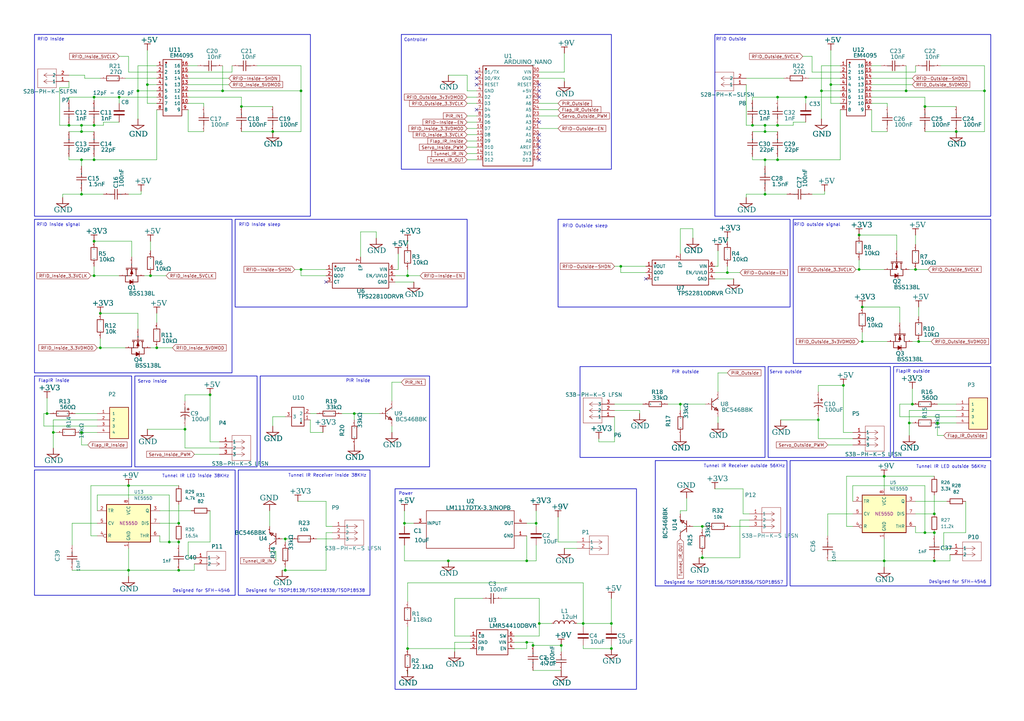
<source format=kicad_sch>
(kicad_sch (version 20250114) (generator "eeschema") (generator_version "9.0")
  (paper "User" 414.782 292.227)
  (title_block (title "OpenCatFlap") (date "2025-03-05") (rev "1.0"))
  (lib_symbols
    (symbol "+3V3" (power) (pin_numbers (hide yes)) (pin_names (hide yes))
      (property "Value" "+3V3" (at 0 3.81 0))
      (symbol "+3V3_0_0"
        (pin power_in line (at 0 0 270) (length 0) (name "+3V3") (number "1"))
      )
    )
    (symbol "+5V" (power) (pin_numbers (hide yes)) (pin_names (hide yes))
      (property "Value" "+5V" (at 0 3.81 0))
      (symbol "+5V_0_0"
        (pin power_in line (at 0 0 270) (length 0) (name "+5V") (number "1"))
      )
    )
    (symbol "+9V" (power) (pin_numbers (hide yes)) (pin_names (hide yes))
      (property "Value" "+9V" (at 0 3.81 0))
      (symbol "+9V_0_0"
        (pin power_in line (at 0 0 270) (length 0) (name "+9V") (number "1"))
      )
    )
    (symbol "0603B152J500CT"
      (property "Reference" "C15" (at 2.54 0.8509 0))
      (property "Value" "1.5nF" (at 2.54 -1.3843 0))
      (symbol "0603B152J500CT_0_0"
        (pin unspecified line (at 0 5.08 270) (length 2.54) (name "2") (number "2"))
        (pin unspecified line (at 0 -5.08 90) (length 2.54) (name "1") (number "1"))
      )
    )
    (symbol "0603B152J500CT_1"
      (property "Reference" "C28" (at 2.54 0.8509 0))
      (property "Value" "1.5nF" (at 2.54 -1.3843 0))
      (symbol "0603B152J500CT_1_0_0"
        (pin unspecified line (at 0 5.08 270) (length 2.54) (name "2") (number "2"))
        (pin unspecified line (at 0 -5.08 90) (length 2.54) (name "1") (number "1"))
      )
    )
    (symbol "ARDUINO_NANO"
      (property "Reference" "U1" (at -1.4986 25.0571 0))
      (property "Value" "ARDUINO_NANO" (at -1.4986 22.7711 0))
      (symbol "ARDUINO_NANO_0_0"
        (pin unspecified line (at -12.7 17.78 0) (length 2.54) (name "D1/TX") (number "1"))
        (pin unspecified line (at -12.7 15.24 0) (length 2.54) (name "D0/RX") (number "2"))
        (pin unspecified line (at -12.7 12.7 0) (length 2.54) (name "RESET") (number "3"))
        (pin unspecified line (at -12.7 10.16 0) (length 2.54) (name "GND") (number "4"))
        (pin unspecified line (at -12.7 7.62 0) (length 2.54) (name "D2") (number "5"))
        (pin unspecified line (at -12.7 5.08 0) (length 2.54) (name "D3") (number "6"))
        (pin unspecified line (at -12.7 2.54 0) (length 2.54) (name "D4") (number "7"))
        (pin unspecified line (at -12.7 0 0) (length 2.54) (name "D5") (number "8"))
        (pin unspecified line (at -12.7 -2.54 0) (length 2.54) (name "D6") (number "9"))
        (pin unspecified line (at -12.7 -5.08 0) (length 2.54) (name "D7") (number "10"))
        (pin unspecified line (at -12.7 -7.62 0) (length 2.54) (name "D8") (number "11"))
        (pin unspecified line (at -12.7 -10.16 0) (length 2.54) (name "D9") (number "12"))
        (pin unspecified line (at -12.7 -12.7 0) (length 2.54) (name "D10") (number "13"))
        (pin unspecified line (at -12.7 -15.24 0) (length 2.54) (name "D11") (number "14"))
        (pin unspecified line (at -12.7 -17.78 0) (length 2.54) (name "D12") (number "15"))
        (pin unspecified line (at 12.7 17.78 180) (length 2.54) (name "VIN") (number "30"))
        (pin unspecified line (at 12.7 15.24 180) (length 2.54) (name "GND") (number "29"))
        (pin unspecified line (at 12.7 12.7 180) (length 2.54) (name "RESET") (number "28"))
        (pin unspecified line (at 12.7 10.16 180) (length 2.54) (name "+5V") (number "27"))
        (pin unspecified line (at 12.7 7.62 180) (length 2.54) (name "A7") (number "26"))
        (pin unspecified line (at 12.7 5.08 180) (length 2.54) (name "A6") (number "25"))
        (pin unspecified line (at 12.7 2.54 180) (length 2.54) (name "A5") (number "24"))
        (pin unspecified line (at 12.7 0 180) (length 2.54) (name "A4") (number "23"))
        (pin unspecified line (at 12.7 -2.54 180) (length 2.54) (name "A3") (number "22"))
        (pin unspecified line (at 12.7 -5.08 180) (length 2.54) (name "A2") (number "21"))
        (pin unspecified line (at 12.7 -7.62 180) (length 2.54) (name "A1") (number "20"))
        (pin unspecified line (at 12.7 -10.16 180) (length 2.54) (name "A0") (number "19"))
        (pin unspecified line (at 12.7 -12.7 180) (length 2.54) (name "AREF") (number "18"))
        (pin unspecified line (at 12.7 -15.24 180) (length 2.54) (name "3V3") (number "17"))
        (pin unspecified line (at 12.7 -17.78 180) (length 2.54) (name "D13") (number "16"))
      )
    )
    (symbol "BC546BBK"
      (property "Reference" "U8" (at 3.556 0.8763 0))
      (property "Value" "BC546BBK" (at 3.556 -1.4351 0))
      (symbol "BC546BBK_0_0"
        (pin unspecified line (at -2.54 0 0) (length 2.54) (name "B") (number "2"))
        (pin unspecified line (at 2.54 5.08 270) (length 2.54) (name "C") (number "1"))
        (pin unspecified line (at 2.54 -5.08 90) (length 2.54) (name "E") (number "3"))
      )
    )
    (symbol "BC546BBK_1"
      (property "Reference" "U9" (at 3.556 0.8763 0))
      (property "Value" "BC546BBK" (at 3.556 -1.4351 0))
      (symbol "BC546BBK_1_0_0"
        (pin unspecified line (at -2.54 0 0) (length 2.54) (name "B") (number "2"))
        (pin unspecified line (at 2.54 5.08 270) (length 2.54) (name "C") (number "1"))
        (pin unspecified line (at 2.54 -5.08 90) (length 2.54) (name "E") (number "3"))
      )
    )
    (symbol "BSS138L"
      (property "Reference" "Q1" (at -1.5748 -4.0259 0))
      (property "Value" "BSS138L" (at -1.5748 -6.3119 0))
      (symbol "BSS138L_0_0"
        (pin unspecified line (at -5.08 0 0) (length 2.54) (name "S") (number "2"))
        (pin unspecified line (at 0 7.62 270) (length 2.54) (name "G") (number "1"))
        (pin unspecified line (at 5.08 0 180) (length 2.54) (name "D") (number "3"))
      )
    )
    (symbol "BSS138L_1"
      (property "Reference" "Q2" (at -1.5748 -4.0259 0))
      (property "Value" "BSS138L" (at -1.5748 -6.3119 0))
      (symbol "BSS138L_1_0_0"
        (pin unspecified line (at -5.08 0 0) (length 2.54) (name "S") (number "2"))
        (pin unspecified line (at 0 7.62 270) (length 2.54) (name "G") (number "1"))
        (pin unspecified line (at 5.08 0 180) (length 2.54) (name "D") (number "3"))
      )
    )
    (symbol "BSS138L_2"
      (property "Reference" "Q3" (at -1.5748 -4.0259 0))
      (property "Value" "BSS138L" (at -1.5748 -6.3119 0))
      (symbol "BSS138L_2_0_0"
        (pin unspecified line (at -5.08 0 0) (length 2.54) (name "S") (number "2"))
        (pin unspecified line (at 0 7.62 270) (length 2.54) (name "G") (number "1"))
        (pin unspecified line (at 5.08 0 180) (length 2.54) (name "D") (number "3"))
      )
    )
    (symbol "BSS138L_3"
      (property "Reference" "Q4" (at -1.5748 -4.0259 0))
      (property "Value" "BSS138L" (at -1.5748 -6.3119 0))
      (symbol "BSS138L_3_0_0"
        (pin unspecified line (at -5.08 0 0) (length 2.54) (name "S") (number "2"))
        (pin unspecified line (at 0 7.62 270) (length 2.54) (name "G") (number "1"))
        (pin unspecified line (at 5.08 0 180) (length 2.54) (name "D") (number "3"))
      )
    )
    (symbol "CGA5L1X8R1E475KT0Y0N"
      (property "Reference" "C7" (at 2.54 0.9017 0))
      (property "Value" "4.7uF" (at 2.54 -1.4097 0))
      (symbol "CGA5L1X8R1E475KT0Y0N_0_0"
        (pin unspecified line (at 0 5.08 270) (length 2.54) (name "2") (number "2"))
        (pin unspecified line (at 0 -5.08 90) (length 2.54) (name "1") (number "1"))
      )
    )
    (symbol "Device:R" (pin_numbers (hide yes)) (pin_names (offset 0))
      (property "Reference" "R" (at 2.032 0 90))
      (property "Value" "R" (at 0 0 90))
      (symbol "R_1_1"
        (pin passive line (at 0 3.81 270) (length 1.27) (name "~") (number "1"))
        (pin passive line (at 0 -3.81 90) (length 1.27) (name "~") (number "2"))
      )
    )
    (symbol "EM4095"
      (property "Reference" "U11" (at -1.3208 16.1925 0))
      (property "Value" "EM4095" (at -1.3208 13.9319 0))
      (symbol "EM4095_0_0"
        (pin unspecified line (at -6.35 8.89 0) (length 2.54) (name "1") (number "1"))
        (pin unspecified line (at -6.35 6.35 0) (length 2.54) (name "2") (number "2"))
        (pin unspecified line (at -6.35 3.81 0) (length 2.54) (name "3") (number "3"))
        (pin unspecified line (at -6.35 1.27 0) (length 2.54) (name "4") (number "4"))
        (pin unspecified line (at -6.35 -1.27 0) (length 2.54) (name "5") (number "5"))
        (pin unspecified line (at -6.35 -3.81 0) (length 2.54) (name "6") (number "6"))
        (pin unspecified line (at -6.35 -6.35 0) (length 2.54) (name "7") (number "7"))
        (pin unspecified line (at -6.35 -8.89 0) (length 2.54) (name "8") (number "8"))
        (pin unspecified line (at 6.35 8.89 180) (length 2.54) (name "16") (number "16"))
        (pin unspecified line (at 6.35 6.35 180) (length 2.54) (name "15") (number "15"))
        (pin unspecified line (at 6.35 3.81 180) (length 2.54) (name "14") (number "14"))
        (pin unspecified line (at 6.35 1.27 180) (length 2.54) (name "13") (number "13"))
        (pin unspecified line (at 6.35 -1.27 180) (length 2.54) (name "12") (number "12"))
        (pin unspecified line (at 6.35 -3.81 180) (length 2.54) (name "11") (number "11"))
        (pin unspecified line (at 6.35 -6.35 180) (length 2.54) (name "10") (number "10"))
        (pin unspecified line (at 6.35 -8.89 180) (length 2.54) (name "9") (number "9"))
      )
    )
    (symbol "EM4095_1"
      (property "Reference" "U12" (at -1.3208 16.1925 0))
      (property "Value" "EM4095" (at -1.3208 13.9319 0))
      (symbol "EM4095_1_0_0"
        (pin unspecified line (at -6.35 8.89 0) (length 2.54) (name "1") (number "1"))
        (pin unspecified line (at -6.35 6.35 0) (length 2.54) (name "2") (number "2"))
        (pin unspecified line (at -6.35 3.81 0) (length 2.54) (name "3") (number "3"))
        (pin unspecified line (at -6.35 1.27 0) (length 2.54) (name "4") (number "4"))
        (pin unspecified line (at -6.35 -1.27 0) (length 2.54) (name "5") (number "5"))
        (pin unspecified line (at -6.35 -3.81 0) (length 2.54) (name "6") (number "6"))
        (pin unspecified line (at -6.35 -6.35 0) (length 2.54) (name "7") (number "7"))
        (pin unspecified line (at -6.35 -8.89 0) (length 2.54) (name "8") (number "8"))
        (pin unspecified line (at 6.35 8.89 180) (length 2.54) (name "16") (number "16"))
        (pin unspecified line (at 6.35 6.35 180) (length 2.54) (name "15") (number "15"))
        (pin unspecified line (at 6.35 3.81 180) (length 2.54) (name "14") (number "14"))
        (pin unspecified line (at 6.35 1.27 180) (length 2.54) (name "13") (number "13"))
        (pin unspecified line (at 6.35 -1.27 180) (length 2.54) (name "12") (number "12"))
        (pin unspecified line (at 6.35 -3.81 180) (length 2.54) (name "11") (number "11"))
        (pin unspecified line (at 6.35 -6.35 180) (length 2.54) (name "10") (number "10"))
        (pin unspecified line (at 6.35 -8.89 180) (length 2.54) (name "9") (number "9"))
      )
    )
    (symbol "ERJ3EKF1183V"
      (property "Reference" "R1" (at 1.778 0.9017 0))
      (property "Value" "118kΩ" (at 1.778 -1.4097 0))
      (symbol "ERJ3EKF1183V_0_0"
        (pin unspecified line (at 0 5.08 270) (length 2.54) (name "2") (number "2"))
        (pin unspecified line (at 0 -5.08 90) (length 2.54) (name "1") (number "1"))
      )
    )
    (symbol "GND" (power) (pin_numbers (hide yes)) (pin_names (hide yes))
      (property "Value" "GND" (at 0 6.35 0))
      (symbol "GND_0_0"
        (pin power_in line (at 0 0 270) (length 0) (name "GND") (number "1"))
      )
    )
    (symbol "LBM2016T120J"
      (property "Reference" "L1" (at -1.2954 5.8547 0))
      (property "Value" "12uH" (at -1.2954 3.5433 0))
      (symbol "LBM2016T120J_0_0"
        (pin unspecified line (at -5.08 0 0) (length 0.762) (name "1") (number "1"))
        (pin unspecified line (at 5.08 0 180) (length 0.762) (name "2") (number "2"))
      )
    )
    (symbol "LMR54410DBVR"
      (property "Reference" "U3" (at -1.4986 9.8425 0))
      (property "Value" "LMR54410DBVR" (at -1.4986 7.5819 0))
      (symbol "LMR54410DBVR_0_0"
        (pin unspecified line (at -8.89 2.54 0) (length 2.54) (name "CB") (number "1"))
        (pin unspecified line (at -8.89 0 0) (length 2.54) (name "GND") (number "2"))
        (pin unspecified line (at -8.89 -2.54 0) (length 2.54) (name "FB") (number "3"))
        (pin unspecified line (at 8.89 2.54 180) (length 2.54) (name "SW") (number "6"))
        (pin unspecified line (at 8.89 0 180) (length 2.54) (name "VIN") (number "5"))
        (pin unspecified line (at 8.89 -2.54 180) (length 2.54) (name "EN") (number "4"))
      )
    )
    (symbol "OpenCatFlap:C_0603CG220J500NT"
      (property "Reference" "C29" (at 2.54 0.8509 0))
      (property "Value" "22pF" (at 2.54 -1.3843 0))
      (symbol "C_0603CG220J500NT_0_0"
        (pin unspecified line (at 0 5.08 270) (length 2.54) (name "2") (number "2"))
        (pin unspecified line (at 0 -5.08 90) (length 2.54) (name "1") (number "1"))
      )
    )
    (symbol "OpenCatFlap:C_CC0603JRX7R9BB102"
      (property "Reference" "C32" (at 2.54 0.9017 0))
      (property "Value" "1nF" (at 2.54 -1.4097 0))
      (symbol "C_CC0603JRX7R9BB102_0_0"
        (pin unspecified line (at 0 5.08 270) (length 2.54) (name "2") (number "2"))
        (pin unspecified line (at 0 -5.08 90) (length 2.54) (name "1") (number "1"))
      )
    )
    (symbol "OpenCatFlap:C_CC0603KRX7R7BB103"
      (property "Reference" "C23" (at -1.4986 6.7691 0))
      (property "Value" "10nF" (at -1.4986 4.4831 0))
      (symbol "C_CC0603KRX7R7BB103_0_0"
        (pin unspecified line (at -5.08 0 0) (length 2.54) (name "1") (number "1"))
        (pin unspecified line (at 5.08 0 180) (length 2.54) (name "2") (number "2"))
      )
    )
    (symbol "OpenCatFlap:C_CC0603KRX7R7BB104"
      (property "Reference" "C17" (at 2.54 0.8509 0))
      (property "Value" "100nF" (at 2.54 -1.3843 0))
      (symbol "C_CC0603KRX7R7BB104_0_0"
        (pin unspecified line (at 0 5.08 270) (length 2.54) (name "2") (number "2"))
        (pin unspecified line (at 0 -5.08 90) (length 2.54) (name "1") (number "1"))
      )
    )
    (symbol "OpenCatFlap:C_CC1210KKX7R0BB104"
      (property "Reference" "C3" (at -2.7686 6.7691 0))
      (property "Value" "100nF" (at -2.7686 4.4831 0))
      (symbol "C_CC1210KKX7R0BB104_0_0"
        (pin input line (at -5.08 0 0) (length 2.54) (name "1") (number "1"))
        (pin input line (at 2.54 0 180) (length 2.54) (name "2") (number "2"))
      )
    )
    (symbol "OpenCatFlap:C_CL31A106MBHNNNE" (pin_numbers (hide yes)) (pin_names (offset 0.254))
      (property "Reference" "C1" (at 3.81 1.9051 0))
      (property "Value" "10uF" (at 3.81 -1.9049 0))
      (symbol "C_CL31A106MBHNNNE_1_1"
        (pin passive line (at 0 3.81 270) (length 2.794) (name "~") (number "1"))
        (pin passive line (at 0 -3.81 90) (length 2.794) (name "~") (number "2"))
      )
    )
    (symbol "OpenCatFlap:C_GKG60015" (pin_numbers (hide yes)) (pin_names (offset 0.254))
      (symbol "C_GKG60015_1_1"
        (pin passive line (at 0 3.81 270) (length 2.794) (name "~") (number "1"))
        (pin passive line (at 0 -3.81 90) (length 2.794) (name "~") (number "2"))
      )
    )
    (symbol "OpenCatFlap:LM1117DTX-3.3_NOPB" (pin_names (offset 0.254))
      (property "Reference" "U" (at 0 2.54 0))
      (property "Value" "LM1117DTX-3.3/NOPB" (at 0 0 0))
      (symbol "LM1117DTX-3.3_NOPB_0_1"
        (pin power_in line (at -22.86 2.54 0) (length 5.08) (name "INPUT") (number "3"))
        (pin power_in line (at 22.86 2.54 180) (length 5.08) (name "OUT") (number "4"))
        (pin power_in line (at 22.86 -2.54 180) (length 5.08) (name "GND") (number "1"))
      )
    )
    (symbol "OpenCatFlap:R_RC0603FR-0710KL"
      (property "Reference" "R12" (at 1.778 0.8763 0))
      (property "Value" "10k" (at 1.778 -1.4097 0))
      (symbol "R_RC0603FR-0710KL_0_0"
        (pin unspecified line (at 0 5.08 270) (length 2.54) (name "2") (number "2"))
        (pin unspecified line (at 0 -5.08 90) (length 2.54) (name "1") (number "1"))
      )
    )
    (symbol "OpenCatFlap:R_RC0603FR-0733KL"
      (property "Reference" "R18" (at -1.4986 5.7531 0))
      (property "Value" "33kΩ" (at -1.4986 3.4671 0))
      (symbol "R_RC0603FR-0733KL_0_0"
        (pin input line (at -5.08 0 0) (length 2.54) (name "2") (number "2"))
        (pin input line (at 5.08 0 180) (length 2.54) (name "1") (number "1"))
      )
    )
    (symbol "OpenCatFlap:S2B-PH-K-SLFSN" (pin_names (offset 0.254))
      (property "Reference" "J" (at 8.89 6.35 0))
      (property "Value" "S2B-PH-K-SLFSN" (at 7.62 4.064 0))
      (symbol "S2B-PH-K-SLFSN_1_1"
        (pin unspecified line (at 0 0 0) (length 5.08) (name "1") (number "1"))
        (pin unspecified line (at 0 -2.54 0) (length 5.08) (name "2") (number "2"))
      )
      (symbol "S2B-PH-K-SLFSN_1_2"
        (pin unspecified line (at 0 0 0) (length 5.08) (name "1") (number "1"))
        (pin unspecified line (at 0 -2.54 0) (length 5.08) (name "2") (number "2"))
      )
    )
    (symbol "OpenCatFlap:S3B-PH-K-S_LFSN" (pin_names (offset 0.254))
      (property "Reference" "J" (at 8.89 6.35 0))
      (property "Value" "S3B-PH-K-S LFSN" (at 8.382 -8.89 0))
      (symbol "S3B-PH-K-S_LFSN_1_1"
        (pin unspecified line (at 0 0 0) (length 5.08) (name "1") (number "1"))
        (pin unspecified line (at 0 -2.54 0) (length 5.08) (name "2") (number "2"))
        (pin unspecified line (at 0 -5.08 0) (length 5.08) (name "3") (number "3"))
      )
      (symbol "S3B-PH-K-S_LFSN_1_2"
        (pin unspecified line (at 0 0 0) (length 5.08) (name "1") (number "1"))
        (pin unspecified line (at 0 -2.54 0) (length 5.08) (name "2") (number "2"))
        (pin unspecified line (at 0 -5.08 0) (length 5.08) (name "3") (number "3"))
      )
    )
    (symbol "OpenCatFlap:S4B-PH-K-S_LFSN" (pin_names (offset 1.016))
      (property "Reference" "J" (at -2.795 5.8442 0))
      (property "Value" "S4B-PH-K-S_LF__SN_" (at -2.5443 -10.1773 0))
      (symbol "S4B-PH-K-S_LFSN_0_0"
        (pin passive line (at -7.62 2.54 0) (length 5.08) (name "1") (number "1"))
        (pin passive line (at -7.62 0 0) (length 5.08) (name "2") (number "2"))
        (pin passive line (at -7.62 -2.54 0) (length 5.08) (name "3") (number "3"))
        (pin passive line (at -7.62 -5.08 0) (length 5.08) (name "4") (number "4"))
      )
    )
    (symbol "RC0603FR-0727RL"
      (property "Reference" "R21" (at -1.4986 5.7785 0))
      (property "Value" "27Ω" (at -1.4986 3.4671 0))
      (symbol "RC0603FR-0727RL_0_0"
        (pin input line (at -5.08 0 0) (length 2.54) (name "1") (number "1"))
        (pin input line (at 5.08 0 180) (length 2.54) (name "2") (number "2"))
      )
    )
    (symbol "RC0603FR-0727RL_1"
      (property "Reference" "R22" (at -1.4986 5.7785 0))
      (property "Value" "27Ω" (at -1.4986 3.4671 0))
      (symbol "RC0603FR-0727RL_1_0_0"
        (pin input line (at -5.08 0 0) (length 2.54) (name "1") (number "1"))
        (pin input line (at 5.08 0 180) (length 2.54) (name "2") (number "2"))
      )
    )
    (symbol "RC0603FR-07560RL"
      (property "Reference" "R13" (at -1.4986 5.7531 0))
      (property "Value" "560Ω" (at -1.4986 3.4671 0))
      (symbol "RC0603FR-07560RL_0_0"
        (pin input line (at -5.08 0 0) (length 2.54) (name "1") (number "1"))
        (pin input line (at 5.08 0 180) (length 2.54) (name "2") (number "2"))
      )
    )
    (symbol "RC0603FR-07560RL_1"
      (property "Reference" "R16" (at -1.4986 5.7531 0))
      (property "Value" "560Ω" (at -1.4986 3.4671 0))
      (symbol "RC0603FR-07560RL_1_0_0"
        (pin input line (at -5.08 0 0) (length 2.54) (name "1") (number "1"))
        (pin input line (at 5.08 0 180) (length 2.54) (name "2") (number "2"))
      )
    )
    (symbol "RNCF0603BKC22K1"
      (property "Reference" "R2" (at 1.524 0.9017 0))
      (property "Value" "22.1kΩ" (at 1.524 -1.4097 0))
      (symbol "RNCF0603BKC22K1_0_0"
        (pin unspecified line (at 0 5.08 270) (length 2.54) (name "2") (number "2"))
        (pin unspecified line (at 0 -5.08 90) (length 2.54) (name "1") (number "1"))
      )
    )
    (symbol "S2B-PH-K-SLFSN_1" (pin_names (offset 0.254))
      (property "Reference" "J" (at 8.89 6.35 0))
      (property "Value" "S2B-PH-K-SLFSN" (at 7.62 4.064 0))
      (symbol "S2B-PH-K-SLFSN_1_1_1"
        (pin unspecified line (at 0 0 0) (length 5.08) (name "1") (number "1"))
        (pin unspecified line (at 0 -2.54 0) (length 5.08) (name "2") (number "2"))
      )
      (symbol "S2B-PH-K-SLFSN_1_1_2"
        (pin unspecified line (at 0 0 0) (length 5.08) (name "1") (number "1"))
        (pin unspecified line (at 0 -2.54 0) (length 5.08) (name "2") (number "2"))
      )
    )
    (symbol "S2B-PH-K-SLFSN_2" (pin_names (offset 0.254))
      (property "Reference" "J" (at 8.89 6.35 0))
      (property "Value" "S2B-PH-K-SLFSN" (at 7.62 4.064 0))
      (symbol "S2B-PH-K-SLFSN_2_1_1"
        (pin unspecified line (at 0 0 0) (length 5.08) (name "1") (number "1"))
        (pin unspecified line (at 0 -2.54 0) (length 5.08) (name "2") (number "2"))
      )
      (symbol "S2B-PH-K-SLFSN_2_1_2"
        (pin unspecified line (at 0 0 0) (length 5.08) (name "1") (number "1"))
        (pin unspecified line (at 0 -2.54 0) (length 5.08) (name "2") (number "2"))
      )
    )
    (symbol "S2B-PH-K-SLFSN_3" (pin_names (offset 0.254))
      (property "Reference" "J" (at 8.89 6.35 0))
      (property "Value" "S2B-PH-K-SLFSN" (at 7.62 4.064 0))
      (symbol "S2B-PH-K-SLFSN_3_1_1"
        (pin unspecified line (at 0 0 0) (length 5.08) (name "1") (number "1"))
        (pin unspecified line (at 0 -2.54 0) (length 5.08) (name "2") (number "2"))
      )
      (symbol "S2B-PH-K-SLFSN_3_1_2"
        (pin unspecified line (at 0 0 0) (length 5.08) (name "1") (number "1"))
        (pin unspecified line (at 0 -2.54 0) (length 5.08) (name "2") (number "2"))
      )
    )
    (symbol "S3B-PH-K-S_LFSN_1" (pin_names (offset 0.254))
      (property "Reference" "J" (at 8.89 6.35 0))
      (property "Value" "S3B-PH-K-S LFSN" (at 8.382 -8.89 0))
      (symbol "S3B-PH-K-S_LFSN_1_1_1"
        (pin unspecified line (at 0 0 0) (length 5.08) (name "1") (number "1"))
        (pin unspecified line (at 0 -2.54 0) (length 5.08) (name "2") (number "2"))
        (pin unspecified line (at 0 -5.08 0) (length 5.08) (name "3") (number "3"))
      )
      (symbol "S3B-PH-K-S_LFSN_1_1_2"
        (pin unspecified line (at 0 0 0) (length 5.08) (name "1") (number "1"))
        (pin unspecified line (at 0 -2.54 0) (length 5.08) (name "2") (number "2"))
        (pin unspecified line (at 0 -5.08 0) (length 5.08) (name "3") (number "3"))
      )
    )
    (symbol "S3B-PH-K-S_LFSN_2" (pin_names (offset 0.254))
      (property "Reference" "J" (at 8.89 6.35 0))
      (property "Value" "S3B-PH-K-S LFSN" (at 8.382 -8.89 0))
      (symbol "S3B-PH-K-S_LFSN_2_1_1"
        (pin unspecified line (at 0 0 0) (length 5.08) (name "1") (number "1"))
        (pin unspecified line (at 0 -2.54 0) (length 5.08) (name "2") (number "2"))
        (pin unspecified line (at 0 -5.08 0) (length 5.08) (name "3") (number "3"))
      )
      (symbol "S3B-PH-K-S_LFSN_2_1_2"
        (pin unspecified line (at 0 0 0) (length 5.08) (name "1") (number "1"))
        (pin unspecified line (at 0 -2.54 0) (length 5.08) (name "2") (number "2"))
        (pin unspecified line (at 0 -5.08 0) (length 5.08) (name "3") (number "3"))
      )
    )
    (symbol "S3B-PH-K-S_LFSN_3" (pin_names (offset 0.254))
      (property "Reference" "J" (at 8.89 6.35 0))
      (property "Value" "S3B-PH-K-S LFSN" (at 8.382 -8.89 0))
      (symbol "S3B-PH-K-S_LFSN_3_1_1"
        (pin unspecified line (at 0 0 0) (length 5.08) (name "1") (number "1"))
        (pin unspecified line (at 0 -2.54 0) (length 5.08) (name "2") (number "2"))
        (pin unspecified line (at 0 -5.08 0) (length 5.08) (name "3") (number "3"))
      )
      (symbol "S3B-PH-K-S_LFSN_3_1_2"
        (pin unspecified line (at 0 0 0) (length 5.08) (name "1") (number "1"))
        (pin unspecified line (at 0 -2.54 0) (length 5.08) (name "2") (number "2"))
        (pin unspecified line (at 0 -5.08 0) (length 5.08) (name "3") (number "3"))
      )
    )
    (symbol "S3B-PH-K-S_LFSN_4" (pin_names (offset 0.254))
      (property "Reference" "J" (at 8.89 6.35 0))
      (property "Value" "S3B-PH-K-S LFSN" (at 8.382 -8.89 0))
      (symbol "S3B-PH-K-S_LFSN_4_1_1"
        (pin unspecified line (at 0 0 0) (length 5.08) (name "1") (number "1"))
        (pin unspecified line (at 0 -2.54 0) (length 5.08) (name "2") (number "2"))
        (pin unspecified line (at 0 -5.08 0) (length 5.08) (name "3") (number "3"))
      )
      (symbol "S3B-PH-K-S_LFSN_4_1_2"
        (pin unspecified line (at 0 0 0) (length 5.08) (name "1") (number "1"))
        (pin unspecified line (at 0 -2.54 0) (length 5.08) (name "2") (number "2"))
        (pin unspecified line (at 0 -5.08 0) (length 5.08) (name "3") (number "3"))
      )
    )
    (symbol "SENSOR MOTION SPOT 5V BLK LENS"
      (property "Reference" "U10" (at -2.159 8.4963 0))
      (symbol "SENSOR MOTION SPOT 5V BLK LENS_0_0"
        (pin unspecified line (at -5.08 0 0) (length 2.54) (name "3") (number "3"))
        (pin unspecified line (at 5.08 1.27 180) (length 2.54) (name "2") (number "2"))
        (pin unspecified line (at 5.08 -1.27 180) (length 2.54) (name "1") (number "1"))
      )
    )
    (symbol "TPS22810DRVR"
      (property "Reference" "U6" (at -1.524 -5.4229 0))
      (property "Value" "TPS22810DRVR" (at -1.524 -7.5311 0))
      (symbol "TPS22810DRVR_0_0"
        (pin unspecified line (at -13.97 2.54 0) (length 2.54) (name "VOUT") (number "1"))
        (pin unspecified line (at -13.97 0 0) (length 2.54) (name "QOD") (number "2"))
        (pin unspecified line (at -13.97 -2.54 0) (length 2.54) (name "CT") (number "3"))
        (pin unspecified line (at 0 7.62 270) (length 2.54) (name "EP") (number "7"))
        (pin unspecified line (at 13.97 2.54 180) (length 2.54) (name "VIN") (number "6"))
        (pin unspecified line (at 13.97 0 180) (length 2.54) (name "EN/UVLO") (number "5"))
        (pin unspecified line (at 13.97 -2.54 180) (length 2.54) (name "GND") (number "4"))
      )
    )
    (symbol "TPS22810DRVR_1"
      (property "Reference" "U7" (at -1.524 -5.4229 0))
      (property "Value" "TPS22810DRVR" (at -1.524 -7.5311 0))
      (symbol "TPS22810DRVR_1_0_0"
        (pin unspecified line (at -13.97 2.54 0) (length 2.54) (name "VOUT") (number "1"))
        (pin unspecified line (at -13.97 0 0) (length 2.54) (name "QOD") (number "2"))
        (pin unspecified line (at -13.97 -2.54 0) (length 2.54) (name "CT") (number "3"))
        (pin unspecified line (at 0 7.62 270) (length 2.54) (name "EP") (number "7"))
        (pin unspecified line (at 13.97 2.54 180) (length 2.54) (name "VIN") (number "6"))
        (pin unspecified line (at 13.97 0 180) (length 2.54) (name "EN/UVLO") (number "5"))
        (pin unspecified line (at 13.97 -2.54 180) (length 2.54) (name "GND") (number "4"))
      )
    )
    (symbol "Timer:NE555D"
      (property "Reference" "U" (at -10.16 8.89 0))
      (property "Value" "NE555D" (at 2.54 8.89 0))
      (symbol "NE555D_0_0"
        (pin power_in line (at 0 10.16 270) (length 2.54) (name "VCC") (number "8"))
        (pin power_in line (at 0 -10.16 90) (length 2.54) (name "GND") (number "1"))
      )
      (symbol "NE555D_1_1"
        (pin input line (at -12.7 5.08 0) (length 3.81) (name "TR") (number "2"))
        (pin input line (at -12.7 0 0) (length 3.81) (name "CV") (number "5"))
        (pin input inverted (at -12.7 -5.08 0) (length 3.81) (name "R") (number "4"))
        (pin output line (at 12.7 5.08 180) (length 3.81) (name "Q") (number "3"))
        (pin input line (at 12.7 0 180) (length 3.81) (name "DIS") (number "7"))
        (pin input line (at 12.7 -5.08 180) (length 3.81) (name "THR") (number "6"))
      )
    )
    (symbol "VH1E101ME077000CE0"
      (property "Reference" "C9" (at 2.286 0.8509 0))
      (property "Value" "100uF" (at 2.286 -1.3843 0))
      (symbol "VH1E101ME077000CE0_0_0"
        (pin input line (at 0 5.08 270) (length 2.54) (name "1") (number "1"))
        (pin input line (at 0 -5.08 90) (length 2.54) (name "2") (number "2"))
      )
    )
    (symbol "VH1E101ME077000CE0_1"
      (property "Reference" "C10" (at 2.286 0.8509 0))
      (property "Value" "100uF" (at 2.286 -1.3843 0))
      (symbol "VH1E101ME077000CE0_1_0_0"
        (pin input line (at 0 5.08 270) (length 2.54) (name "1") (number "1"))
        (pin input line (at 0 -5.08 90) (length 2.54) (name "2") (number "2"))
      )
    )
  )
  (rectangle (start 289.56 13.97) (end 401.32 87.63) (stroke (width 0.254)))
  (rectangle (start 162.56 13.97) (end 247.65 68.58) (stroke (width 0.254)))
  (rectangle (start 311.15 148.59) (end 360.68 185.42) (stroke (width 0.254)))
  (rectangle (start 96.52 190.5) (end 149.86 241.3) (stroke (width 0.254)))
  (rectangle (start 13.97 13.97) (end 125.73 87.63) (stroke (width 0.254)))
  (rectangle (start 234.95 148.59) (end 309.88 185.42) (stroke (width 0.254)))
  (rectangle (start 105.41 152.4) (end 173.99 189.23) (stroke (width 0.254)))
  (rectangle (start 13.97 152.4) (end 53.34 189.23) (stroke (width 0.254)))
  (rectangle (start 54.61 152.4) (end 104.14 189.23) (stroke (width 0.254)))
  (rectangle (start 320.04 186.69) (end 401.32 237.49) (stroke (width 0.254)))
  (rectangle (start 321.31 88.9) (end 401.32 147.32) (stroke (width 0.254)))
  (rectangle (start 361.95 148.59) (end 401.32 185.42) (stroke (width 0.254)))
  (rectangle (start 226.06 88.9) (end 320.04 124.46) (stroke (width 0.254)))
  (rectangle (start 13.97 190.5) (end 95.25 241.3) (stroke (width 0.254)))
  (rectangle (start 265.43 186.69) (end 318.77 237.49) (stroke (width 0.254)))
  (rectangle (start 95.25 88.9) (end 189.23 124.46) (stroke (width 0.254)))
  (rectangle (start 160.02 198.12) (end 257.81 279.4) (stroke (width 0.254)))
  (rectangle (start 13.97 88.9) (end 93.98 151.13) (stroke (width 0.254)))
  (text "FlapIR inside" (at 21.844 154.432 0) (effects (font (size 1.27 1.27))))
  (text "Tunnel IR Receiver outside 56KHz" (at 301.498 188.976 0) (effects (font (size 1.27 1.27))))
  (text "FlapIR outside" (at 369.824 150.622 0) (effects (font (size 1.27 1.27))))
  (text "Designed for TSOP18138/TSOP18338/TSOP18538" (at 123.698 239.522 0) (effects (font (size 1.27 1.27))))
  (text "Controller" (at 168.402 16.256 0) (effects (font (size 1.27 1.27))))
  (text "PIR outside" (at 277.622 150.876 0) (effects (font (size 1.27 1.27))))
  (text "Tunnel IR LED inside 38KHz" (at 79.248 193.04 0) (effects (font (size 1.27 1.27))))
  (text "Servo outside" (at 318.262 150.876 0) (effects (font (size 1.27 1.27))))
  (text "Designed for SFH-4546" (at 81.534 239.522 0) (effects (font (size 1.27 1.27))))
  (text "Designed for TSOP18156/TSOP18356/TSOP18557" (at 293.116 236.22 0) (effects (font (size 1.27 1.27))))
  (text "RFID Outside" (at 296.164 16.002 0) (effects (font (size 1.27 1.27))))
  (text "RFID inside signal" (at 23.622 91.186 0) (effects (font (size 1.27 1.27))))
  (text "RFID Outside sleep\n" (at 236.982 91.694 0) (effects (font (size 1.27 1.27))))
  (text "Designed for SFH-4546" (at 387.858 235.966 0) (effects (font (size 1.27 1.27))))
  (text "Power\n" (at 164.338 200.152 0) (effects (font (size 1.27 1.27))))
  (text "Servo inside" (at 61.722 154.686 0) (effects (font (size 1.27 1.27))))
  (text "RFID outside signal" (at 330.962 91.186 0) (effects (font (size 1.27 1.27))))
  (text "PIR inside\n" (at 145.034 154.432 0) (effects (font (size 1.27 1.27))))
  (text "RFID Inside" (at 20.574 16.002 0) (effects (font (size 1.27 1.27))))
  (text "RFID Inside sleep\n" (at 105.156 91.186 0) (effects (font (size 1.27 1.27))))
  (text "Tunnel IR LED outside 56KHz" (at 385.318 189.23 0) (effects (font (size 1.27 1.27))))
  (text "Tunnel IR Receiver inside 38KHz" (at 132.588 192.786 0) (effects (font (size 1.27 1.27))))
  (junction (at 217.17 212.09))
  (junction (at 236.22 252.73))
  (junction (at 97.79 43.18))
  (junction (at 379.73 171.45))
  (junction (at 358.14 193.04))
  (junction (at 284.48 213.36))
  (junction (at 143.51 167.64))
  (junction (at 309.88 64.77))
  (junction (at 38.1 50.8))
  (junction (at 72.39 231.14))
  (junction (at 27.94 50.8))
  (junction (at 55.88 36.83))
  (junction (at 59.69 34.29))
  (junction (at 52.07 231.14))
  (junction (at 314.96 50.8))
  (junction (at 48.26 39.37))
  (junction (at 309.88 78.74))
  (junction (at 294.64 110.49))
  (junction (at 247.65 252.73))
  (junction (at 60.96 111.76))
  (junction (at 372.11 138.43))
  (junction (at 347.98 95.25))
  (junction (at 332.74 36.83))
  (junction (at 378.46 208.28))
  (junction (at 115.57 231.14))
  (junction (at 163.83 212.09))
  (junction (at 314.96 64.77))
  (junction (at 74.93 173.99))
  (junction (at 349.25 138.43))
  (junction (at 374.65 215.9))
  (junction (at 165.1 111.76))
  (junction (at 52.07 196.85))
  (junction (at 304.8 50.8))
  (junction (at 370.84 109.22))
  (junction (at 347.98 109.22))
  (junction (at 115.57 218.44))
  (junction (at 38.1 64.77))
  (junction (at 367.03 36.83))
  (junction (at 215.9 261.62))
  (junction (at 275.59 163.83))
  (junction (at 19.05 167.64))
  (junction (at 341.63 156.21))
  (junction (at 33.02 175.26))
  (junction (at 121.92 109.22))
  (junction (at 38.1 111.76))
  (junction (at 326.39 39.37))
  (junction (at 110.49 53.34))
  (junction (at 213.36 227.33))
  (junction (at 251.46 107.95))
  (junction (at 33.02 64.77))
  (junction (at 85.09 160.02))
  (junction (at 398.78 36.83))
  (junction (at 378.46 215.9))
  (junction (at 165.1 262.89))
  (junction (at 336.55 34.29))
  (junction (at 33.02 78.74))
  (junction (at 358.14 227.33))
  (junction (at 121.92 36.83))
  (junction (at 33.02 53.34))
  (junction (at 247.65 262.89))
  (junction (at 181.61 227.33))
  (junction (at 309.88 50.8))
  (junction (at 213.36 260.35))
  (junction (at 40.64 140.97))
  (junction (at 369.57 163.83))
  (junction (at 68.58 219.71))
  (junction (at 378.46 227.33))
  (junction (at 40.64 127))
  (junction (at 72.39 212.09))
  (junction (at 314.96 39.37))
  (junction (at 38.1 97.79))
  (junction (at 284.48 226.06))
  (junction (at 387.35 53.34))
  (junction (at 227.33 261.62))
  (junction (at 309.88 53.34))
  (junction (at 374.65 43.18))
  (junction (at 331.47 170.18))
  (junction (at 90.17 36.83))
  (junction (at 368.3 171.45))
  (junction (at 33.02 50.8))
  (junction (at 38.1 39.37))
  (junction (at 21.59 175.26))
  (junction (at 72.39 219.71))
  (junction (at 349.25 124.46))
  (junction (at 218.44 252.73))
  (junction (at 63.5 140.97))
  (no_connect (at 132.08 114.3))
  (no_connect (at 218.44 49.53))
  (no_connect (at 193.04 31.75))
  (no_connect (at 218.44 36.83))
  (no_connect (at 218.44 54.61))
  (no_connect (at 193.04 29.21))
  (no_connect (at 218.44 34.29))
  (no_connect (at 218.44 57.15))
  (no_connect (at 261.62 113.03))
  (no_connect (at 218.44 62.23))
  (no_connect (at 193.04 44.45))
  (no_connect (at 218.44 39.37))
  (no_connect (at 218.44 64.77))
  (no_connect (at 193.04 34.29))
  (no_connect (at 218.44 59.69))
  (wire (pts (xy 342.9 193.04) (xy 358.14 193.04)))
  (wire (pts (xy 165.1 109.22) (xy 165.1 111.76)))
  (wire (pts (xy 335.28 217.17) (xy 335.28 208.28)))
  (wire (pts (xy 369.57 171.45) (xy 368.3 171.45)))
  (wire (pts (xy 48.26 39.37) (xy 48.26 41.91)))
  (wire (pts (xy 289.56 107.95) (xy 290.83 107.95)))
  (wire (pts (xy 132.08 213.36) (xy 132.08 203.2)))
  (wire (pts (xy 236.22 252.73) (xy 247.65 252.73)))
  (wire (pts (xy 275.59 207.01) (xy 275.59 208.28)))
  (wire (pts (xy 163.83 212.09) (xy 163.83 213.36)))
  (wire (pts (xy 218.44 252.73) (xy 218.44 257.81)))
  (wire (pts (xy 372.11 138.43) (xy 369.57 138.43)))
  (wire (pts (xy 48.26 39.37) (xy 38.1 39.37)))
  (wire (pts (xy 88.9 181.61) (xy 74.93 181.61)))
  (wire (pts (xy 115.57 218.44) (xy 115.57 219.71)))
  (wire (pts (xy 247.65 252.73) (xy 247.65 242.57)))
  (wire (pts (xy 345.44 196.85) (xy 374.65 196.85)))
  (wire (pts (xy 93.98 29.21) (xy 76.2 29.21)))
  (wire (pts (xy 27.94 50.8) (xy 24.13 50.8)))
  (wire (pts (xy 236.22 261.62) (xy 236.22 262.89)))
  (wire (pts (xy 370.84 26.67) (xy 370.84 29.21)))
  (wire (pts (xy 280.67 92.71) (xy 280.67 96.52)))
  (wire (pts (xy 125.73 167.64) (xy 128.27 167.64)))
  (wire (pts (xy 184.15 260.35) (xy 184.15 264.16)))
  (wire (pts (xy 226.06 41.91) (xy 218.44 41.91)))
  (wire (pts (xy 378.46 227.33) (xy 384.81 227.33)))
  (wire (pts (xy 52.07 201.93) (xy 52.07 196.85)))
  (wire (pts (xy 326.39 39.37) (xy 314.96 39.37)))
  (wire (pts (xy 121.92 111.76) (xy 132.08 111.76)))
  (wire (pts (xy 55.88 26.67) (xy 55.88 36.83)))
  (wire (pts (xy 72.39 204.47) (xy 72.39 212.09)))
  (wire (pts (xy 218.44 29.21) (xy 228.6 29.21)))
  (wire (pts (xy 314.96 39.37) (xy 314.96 40.64)))
  (wire (pts (xy 275.59 207.01) (xy 278.13 207.01)))
  (wire (pts (xy 63.5 64.77) (xy 38.1 64.77)))
  (wire (pts (xy 25.4 78.74) (xy 33.02 78.74)))
  (wire (pts (xy 391.16 215.9) (xy 382.27 215.9)))
  (wire (pts (xy 369.57 163.83) (xy 364.49 163.83)))
  (wire (pts (xy 227.33 261.62) (xy 227.33 264.16)))
  (wire (pts (xy 20.32 167.64) (xy 19.05 167.64)))
  (wire (pts (xy 134.62 213.36) (xy 132.08 213.36)))
  (wire (pts (xy 33.02 175.26) (xy 39.37 175.26)))
  (wire (pts (xy 39.37 217.17) (xy 36.83 217.17)))
  (wire (pts (xy 162.56 154.94) (xy 158.75 154.94)))
  (wire (pts (xy 38.1 50.8) (xy 33.02 50.8)))
  (wire (pts (xy 374.65 196.85) (xy 374.65 215.9)))
  (wire (pts (xy 369.57 31.75) (xy 353.06 31.75)))
  (wire (pts (xy 138.43 167.64) (xy 143.51 167.64)))
  (wire (pts (xy 391.16 203.2) (xy 391.16 215.9)))
  (wire (pts (xy 165.1 262.89) (xy 165.1 254)))
  (wire (pts (xy 50.8 140.97) (xy 40.64 140.97)))
  (wire (pts (xy 358.14 218.44) (xy 358.14 227.33)))
  (wire (pts (xy 189.23 59.69) (xy 193.04 59.69)))
  (wire (pts (xy 33.02 53.34) (xy 38.1 53.34)))
  (wire (pts (xy 215.9 260.35) (xy 215.9 261.62)))
  (wire (pts (xy 34.29 30.48) (xy 27.94 30.48)))
  (wire (pts (xy 236.22 262.89) (xy 247.65 262.89)))
  (wire (pts (xy 304.8 39.37) (xy 314.96 39.37)))
  (wire (pts (xy 382.27 222.25) (xy 384.81 222.25)))
  (wire (pts (xy 76.2 26.67) (xy 80.01 26.67)))
  (wire (pts (xy 358.14 198.12) (xy 358.14 193.04)))
  (wire (pts (xy 275.59 92.71) (xy 280.67 92.71)))
  (wire (pts (xy 76.2 219.71) (xy 76.2 226.06)))
  (wire (pts (xy 345.44 203.2) (xy 345.44 196.85)))
  (wire (pts (xy 346.71 109.22) (xy 347.98 109.22)))
  (wire (pts (xy 345.44 177.8) (xy 331.47 177.8)))
  (wire (pts (xy 341.63 156.21) (xy 331.47 156.21)))
  (wire (pts (xy 55.88 127) (xy 55.88 133.35)))
  (wire (pts (xy 69.85 140.97) (xy 63.5 140.97)))
  (wire (pts (xy 347.98 109.22) (xy 347.98 105.41)))
  (wire (pts (xy 189.23 46.99) (xy 193.04 46.99)))
  (wire (pts (xy 104.14 26.67) (xy 121.92 26.67)))
  (wire (pts (xy 114.3 218.44) (xy 115.57 218.44)))
  (wire (pts (xy 110.49 53.34) (xy 97.79 53.34)))
  (wire (pts (xy 38.1 64.77) (xy 38.1 63.5)))
  (wire (pts (xy 332.74 26.67) (xy 332.74 36.83)))
  (wire (pts (xy 90.17 36.83) (xy 121.92 36.83)))
  (wire (pts (xy 132.08 109.22) (xy 121.92 109.22)))
  (wire (pts (xy 381 26.67) (xy 398.78 26.67)))
  (wire (pts (xy 349.25 124.46) (xy 364.49 124.46)))
  (wire (pts (xy 251.46 107.95) (xy 251.46 110.49)))
  (wire (pts (xy 76.2 53.34) (xy 82.55 53.34)))
  (wire (pts (xy 189.23 49.53) (xy 193.04 49.53)))
  (wire (pts (xy 226.06 219.71) (xy 233.68 219.71)))
  (wire (pts (xy 50.8 31.75) (xy 63.5 31.75)))
  (wire (pts (xy 332.74 36.83) (xy 340.36 36.83)))
  (wire (pts (xy 74.93 160.02) (xy 74.93 162.56)))
  (wire (pts (xy 378.46 200.66) (xy 378.46 208.28)))
  (wire (pts (xy 331.47 168.91) (xy 331.47 170.18)))
  (wire (pts (xy 115.57 229.87) (xy 115.57 231.14)))
  (wire (pts (xy 314.96 50.8) (xy 309.88 50.8)))
  (wire (pts (xy 226.06 44.45) (xy 218.44 44.45)))
  (wire (pts (xy 336.55 20.32) (xy 336.55 34.29)))
  (wire (pts (xy 82.55 41.91) (xy 76.2 41.91)))
  (wire (pts (xy 218.44 242.57) (xy 218.44 252.73)))
  (wire (pts (xy 184.15 257.81) (xy 184.15 242.57)))
  (wire (pts (xy 121.92 26.67) (xy 121.92 36.83)))
  (wire (pts (xy 294.64 151.13) (xy 290.83 151.13)))
  (wire (pts (xy 353.06 26.67) (xy 356.87 26.67)))
  (wire (pts (xy 114.3 231.14) (xy 115.57 231.14)))
  (wire (pts (xy 349.25 138.43) (xy 349.25 134.62)))
  (wire (pts (xy 242.57 179.07) (xy 248.92 179.07)))
  (wire (pts (xy 189.23 39.37) (xy 193.04 39.37)))
  (wire (pts (xy 53.34 97.79) (xy 53.34 104.14)))
  (wire (pts (xy 29.21 231.14) (xy 52.07 231.14)))
  (wire (pts (xy 290.83 151.13) (xy 290.83 158.75)))
  (wire (pts (xy 300.99 198.12) (xy 289.56 198.12)))
  (wire (pts (xy 300.99 208.28) (xy 300.99 198.12)))
  (wire (pts (xy 278.13 207.01) (xy 278.13 201.93)))
  (wire (pts (xy 275.59 163.83) (xy 285.75 163.83)))
  (wire (pts (xy 226.06 52.07) (xy 218.44 52.07)))
  (wire (pts (xy 67.31 111.76) (xy 60.96 111.76)))
  (wire (pts (xy 165.1 243.84) (xy 165.1 236.22)))
  (wire (pts (xy 158.75 175.26) (xy 158.75 172.72)))
  (wire (pts (xy 340.36 26.67) (xy 332.74 26.67)))
  (wire (pts (xy 52.07 29.21) (xy 52.07 22.86)))
  (wire (pts (xy 33.02 64.77) (xy 38.1 64.77)))
  (wire (pts (xy 33.02 53.34) (xy 33.02 50.8)))
  (wire (pts (xy 143.51 167.64) (xy 153.67 167.64)))
  (wire (pts (xy 332.74 48.26) (xy 332.74 36.83)))
  (wire (pts (xy 92.71 31.75) (xy 76.2 31.75)))
  (wire (pts (xy 59.69 34.29) (xy 63.5 34.29)))
  (wire (pts (xy 340.36 44.45) (xy 340.36 64.77)))
  (wire (pts (xy 384.81 224.79) (xy 384.81 227.33)))
  (wire (pts (xy 163.83 212.09) (xy 167.64 212.09)))
  (wire (pts (xy 309.88 64.77) (xy 314.96 64.77)))
  (wire (pts (xy 353.06 44.45) (xy 353.06 53.34)))
  (wire (pts (xy 304.8 40.64) (xy 304.8 39.37)))
  (wire (pts (xy 226.06 219.71) (xy 226.06 209.55)))
  (wire (pts (xy 76.2 36.83) (xy 90.17 36.83)))
  (wire (pts (xy 165.1 271.78) (xy 165.1 273.05)))
  (wire (pts (xy 27.94 63.5) (xy 27.94 64.77)))
  (wire (pts (xy 304.8 50.8) (xy 302.26 50.8)))
  (wire (pts (xy 110.49 168.91) (xy 115.57 168.91)))
  (wire (pts (xy 248.92 166.37) (xy 259.08 166.37)))
  (wire (pts (xy 367.03 26.67) (xy 367.03 36.83)))
  (wire (pts (xy 251.46 110.49) (xy 261.62 110.49)))
  (wire (pts (xy 163.83 227.33) (xy 181.61 227.33)))
  (wire (pts (xy 27.94 33.02) (xy 27.94 35.56)))
  (wire (pts (xy 364.49 168.91) (xy 387.35 168.91)))
  (wire (pts (xy 248.92 163.83) (xy 260.35 163.83)))
  (wire (pts (xy 213.36 217.17) (xy 213.36 227.33)))
  (wire (pts (xy 189.23 54.61) (xy 193.04 54.61)))
  (wire (pts (xy 21.59 170.18) (xy 21.59 175.26)))
  (wire (pts (xy 76.2 226.06) (xy 78.74 226.06)))
  (wire (pts (xy 27.94 40.64) (xy 27.94 39.37)))
  (wire (pts (xy 284.48 226.06) (xy 299.72 226.06)))
  (wire (pts (xy 110.49 43.18) (xy 97.79 43.18)))
  (wire (pts (xy 40.64 127) (xy 55.88 127)))
  (wire (pts (xy 228.6 31.75) (xy 228.6 33.02)))
  (wire (pts (xy 364.49 163.83) (xy 364.49 168.91)))
  (wire (pts (xy 226.06 46.99) (xy 218.44 46.99)))
  (wire (pts (xy 119.38 109.22) (xy 121.92 109.22)))
  (wire (pts (xy 347.98 95.25) (xy 363.22 95.25)))
  (wire (pts (xy 398.78 53.34) (xy 387.35 53.34)))
  (wire (pts (xy 92.71 34.29) (xy 76.2 34.29)))
  (wire (pts (xy 152.4 93.98) (xy 152.4 96.52)))
  (wire (pts (xy 34.29 31.75) (xy 34.29 30.48)))
  (wire (pts (xy 160.02 109.22) (xy 161.29 109.22)))
  (wire (pts (xy 353.06 53.34) (xy 359.41 53.34)))
  (wire (pts (xy 363.22 95.25) (xy 363.22 101.6)))
  (wire (pts (xy 63.5 29.21) (xy 52.07 29.21)))
  (wire (pts (xy 38.1 39.37) (xy 38.1 40.64)))
  (wire (pts (xy 110.49 172.72) (xy 110.49 168.91)))
  (wire (pts (xy 302.26 80.01) (xy 302.26 78.74)))
  (wire (pts (xy 121.92 109.22) (xy 121.92 111.76)))
  (wire (pts (xy 33.02 180.34) (xy 33.02 175.26)))
  (wire (pts (xy 299.72 110.49) (xy 294.64 110.49)))
  (wire (pts (xy 233.68 252.73) (xy 236.22 252.73)))
  (wire (pts (xy 340.36 64.77) (xy 314.96 64.77)))
  (wire (pts (xy 340.36 29.21) (xy 328.93 29.21)))
  (wire (pts (xy 280.67 213.36) (xy 284.48 213.36)))
  (wire (pts (xy 358.14 193.04) (xy 378.46 193.04)))
  (wire (pts (xy 33.02 67.31) (xy 33.02 64.77)))
  (wire (pts (xy 48.26 111.76) (xy 38.1 111.76)))
  (wire (pts (xy 125.73 175.26) (xy 125.73 170.18)))
  (wire (pts (xy 314.96 64.77) (xy 314.96 63.5)))
  (wire (pts (xy 38.1 111.76) (xy 38.1 107.95)))
  (wire (pts (xy 359.41 43.18) (xy 359.41 41.91)))
  (wire (pts (xy 22.86 175.26) (xy 21.59 175.26)))
  (wire (pts (xy 309.88 53.34) (xy 309.88 50.8)))
  (wire (pts (xy 340.36 41.91) (xy 336.55 41.91)))
  (wire (pts (xy 97.79 39.37) (xy 76.2 39.37)))
  (wire (pts (xy 336.55 41.91) (xy 336.55 34.29)))
  (wire (pts (xy 368.3 166.37) (xy 368.3 171.45)))
  (wire (pts (xy 189.23 30.48) (xy 181.61 30.48)))
  (wire (pts (xy 213.36 260.35) (xy 215.9 260.35)))
  (wire (pts (xy 378.46 215.9) (xy 374.65 215.9)))
  (wire (pts (xy 52.07 231.14) (xy 72.39 231.14)))
  (wire (pts (xy 248.92 107.95) (xy 251.46 107.95)))
  (wire (pts (xy 27.94 39.37) (xy 38.1 39.37)))
  (wire (pts (xy 223.52 252.73) (xy 218.44 252.73)))
  (wire (pts (xy 165.1 236.22) (xy 236.22 236.22)))
  (wire (pts (xy 40.64 140.97) (xy 40.64 137.16)))
  (wire (pts (xy 309.88 53.34) (xy 314.96 53.34)))
  (wire (pts (xy 39.37 170.18) (xy 21.59 170.18)))
  (wire (pts (xy 367.03 36.83) (xy 398.78 36.83)))
  (wire (pts (xy 309.88 50.8) (xy 304.8 50.8)))
  (wire (pts (xy 215.9 261.62) (xy 227.33 261.62)))
  (wire (pts (xy 218.44 31.75) (xy 228.6 31.75)))
  (wire (pts (xy 134.62 215.9) (xy 132.08 215.9)))
  (wire (pts (xy 189.23 52.07) (xy 193.04 52.07)))
  (wire (pts (xy 213.36 262.89) (xy 213.36 260.35)))
  (wire (pts (xy 358.14 109.22) (xy 347.98 109.22)))
  (wire (pts (xy 217.17 220.98) (xy 217.17 227.33)))
  (wire (pts (xy 370.84 208.28) (xy 378.46 208.28)))
  (wire (pts (xy 143.51 170.18) (xy 143.51 167.64)))
  (wire (pts (xy 228.6 222.25) (xy 233.68 222.25)))
  (wire (pts (xy 294.64 110.49) (xy 289.56 110.49)))
  (wire (pts (xy 370.84 29.21) (xy 353.06 29.21)))
  (wire (pts (xy 64.77 219.71) (xy 64.77 217.17)))
  (wire (pts (xy 309.88 78.74) (xy 309.88 77.47)))
  (wire (pts (xy 17.78 172.72) (xy 39.37 172.72)))
  (wire (pts (xy 36.83 217.17) (xy 36.83 196.85)))
  (wire (pts (xy 213.36 227.33) (xy 217.17 227.33)))
  (wire (pts (xy 247.65 261.62) (xy 247.65 262.89)))
  (wire (pts (xy 146.05 93.98) (xy 152.4 93.98)))
  (wire (pts (xy 63.5 130.81) (xy 63.5 127)))
  (wire (pts (xy 374.65 43.18) (xy 374.65 39.37)))
  (wire (pts (xy 368.3 171.45) (xy 368.3 176.53)))
  (wire (pts (xy 74.93 173.99) (xy 59.69 173.99)))
  (wire (pts (xy 302.26 78.74) (xy 309.88 78.74)))
  (wire (pts (xy 161.29 109.22) (xy 161.29 102.87)))
  (wire (pts (xy 128.27 218.44) (xy 134.62 218.44)))
  (wire (pts (xy 88.9 179.07) (xy 85.09 179.07)))
  (wire (pts (xy 68.58 219.71) (xy 64.77 219.71)))
  (wire (pts (xy 309.88 67.31) (xy 309.88 64.77)))
  (wire (pts (xy 64.77 212.09) (xy 72.39 212.09)))
  (wire (pts (xy 121.92 53.34) (xy 110.49 53.34)))
  (wire (pts (xy 63.5 39.37) (xy 48.26 39.37)))
  (wire (pts (xy 331.47 177.8) (xy 331.47 170.18)))
  (wire (pts (xy 184.15 242.57) (xy 195.58 242.57)))
  (wire (pts (xy 382.27 176.53) (xy 379.73 176.53)))
  (wire (pts (xy 39.37 200.66) (xy 68.58 200.66)))
  (wire (pts (xy 60.96 111.76) (xy 58.42 111.76)))
  (wire (pts (xy 165.1 97.79) (xy 165.1 99.06)))
  (wire (pts (xy 208.28 262.89) (xy 213.36 262.89)))
  (wire (pts (xy 370.84 215.9) (xy 370.84 213.36)))
  (wire (pts (xy 345.44 213.36) (xy 342.9 213.36)))
  (wire (pts (xy 374.65 215.9) (xy 370.84 215.9)))
  (wire (pts (xy 111.76 223.52) (xy 111.76 227.33)))
  (wire (pts (xy 163.83 207.01) (xy 163.83 212.09)))
  (wire (pts (xy 64.77 207.01) (xy 77.47 207.01)))
  (wire (pts (xy 52.07 78.74) (xy 57.15 78.74)))
  (wire (pts (xy 30.48 167.64) (xy 39.37 167.64)))
  (wire (pts (xy 290.83 171.45) (xy 290.83 168.91)))
  (wire (pts (xy 63.5 41.91) (xy 59.69 41.91)))
  (wire (pts (xy 29.21 220.98) (xy 29.21 212.09)))
  (wire (pts (xy 158.75 154.94) (xy 158.75 162.56)))
  (wire (pts (xy 398.78 26.67) (xy 398.78 36.83)))
  (wire (pts (xy 294.64 96.52) (xy 294.64 97.79)))
  (wire (pts (xy 321.31 49.53) (xy 321.31 50.8)))
  (wire (pts (xy 29.21 212.09) (xy 39.37 212.09)))
  (wire (pts (xy 78.74 228.6) (xy 78.74 231.14)))
  (wire (pts (xy 335.28 208.28) (xy 345.44 208.28)))
  (wire (pts (xy 309.88 78.74) (xy 318.77 78.74)))
  (wire (pts (xy 167.64 114.3) (xy 160.02 114.3)))
  (wire (pts (xy 59.69 41.91) (xy 59.69 34.29)))
  (wire (pts (xy 326.39 49.53) (xy 321.31 49.53)))
  (wire (pts (xy 370.84 109.22) (xy 368.3 109.22)))
  (wire (pts (xy 283.21 226.06) (xy 284.48 226.06)))
  (wire (pts (xy 85.09 219.71) (xy 76.2 219.71)))
  (wire (pts (xy 189.23 62.23) (xy 193.04 62.23)))
  (wire (pts (xy 270.51 163.83) (xy 275.59 163.83)))
  (wire (pts (xy 170.18 111.76) (xy 165.1 111.76)))
  (wire (pts (xy 33.02 50.8) (xy 27.94 50.8)))
  (wire (pts (xy 297.18 113.03) (xy 289.56 113.03)))
  (wire (pts (xy 227.33 271.78) (xy 215.9 271.78)))
  (wire (pts (xy 236.22 236.22) (xy 236.22 252.73)))
  (wire (pts (xy 40.64 31.75) (xy 34.29 31.75)))
  (wire (pts (xy 38.1 97.79) (xy 53.34 97.79)))
  (wire (pts (xy 181.61 227.33) (xy 213.36 227.33)))
  (wire (pts (xy 275.59 166.37) (xy 275.59 163.83)))
  (wire (pts (xy 121.92 36.83) (xy 121.92 53.34)))
  (wire (pts (xy 85.09 207.01) (xy 85.09 219.71)))
  (wire (pts (xy 208.28 260.35) (xy 213.36 260.35)))
  (wire (pts (xy 130.81 175.26) (xy 125.73 175.26)))
  (wire (pts (xy 33.02 78.74) (xy 41.91 78.74)))
  (wire (pts (xy 17.78 167.64) (xy 17.78 172.72)))
  (wire (pts (xy 78.74 184.15) (xy 88.9 184.15)))
  (wire (pts (xy 60.96 101.6) (xy 60.96 97.79)))
  (wire (pts (xy 52.07 196.85) (xy 72.39 196.85)))
  (wire (pts (xy 63.5 140.97) (xy 60.96 140.97)))
  (wire (pts (xy 379.73 176.53) (xy 379.73 171.45)))
  (wire (pts (xy 335.28 180.34) (xy 345.44 180.34)))
  (wire (pts (xy 165.1 111.76) (xy 160.02 111.76)))
  (wire (pts (xy 261.62 107.95) (xy 251.46 107.95)))
  (wire (pts (xy 132.08 203.2) (xy 120.65 203.2)))
  (wire (pts (xy 132.08 215.9) (xy 132.08 231.14)))
  (wire (pts (xy 189.23 41.91) (xy 193.04 41.91)))
  (wire (pts (xy 41.91 50.8) (xy 38.1 50.8)))
  (wire (pts (xy 379.73 171.45) (xy 387.35 171.45)))
  (wire (pts (xy 370.84 203.2) (xy 383.54 203.2)))
  (wire (pts (xy 377.19 138.43) (xy 372.11 138.43)))
  (wire (pts (xy 90.17 26.67) (xy 90.17 36.83)))
  (wire (pts (xy 115.57 231.14) (xy 132.08 231.14)))
  (wire (pts (xy 52.07 22.86) (xy 48.26 22.86)))
  (wire (pts (xy 342.9 213.36) (xy 342.9 193.04)))
  (wire (pts (xy 27.94 35.56) (xy 24.13 35.56)))
  (wire (pts (xy 299.72 210.82) (xy 299.72 226.06)))
  (wire (pts (xy 74.93 172.72) (xy 74.93 173.99)))
  (wire (pts (xy 331.47 170.18) (xy 316.23 170.18)))
  (wire (pts (xy 19.05 161.29) (xy 19.05 167.64)))
  (wire (pts (xy 284.48 213.36) (xy 284.48 214.63)))
  (wire (pts (xy 72.39 219.71) (xy 72.39 220.98)))
  (wire (pts (xy 335.28 227.33) (xy 358.14 227.33)))
  (wire (pts (xy 189.23 57.15) (xy 193.04 57.15)))
  (wire (pts (xy 55.88 36.83) (xy 63.5 36.83)))
  (wire (pts (xy 398.78 36.83) (xy 398.78 53.34)))
  (wire (pts (xy 334.01 78.74) (xy 334.01 77.47)))
  (wire (pts (xy 284.48 224.79) (xy 284.48 226.06)))
  (wire (pts (xy 52.07 222.25) (xy 52.07 231.14)))
  (wire (pts (xy 163.83 220.98) (xy 163.83 227.33)))
  (wire (pts (xy 63.5 26.67) (xy 55.88 26.67)))
  (wire (pts (xy 52.07 231.14) (xy 52.07 233.68)))
  (wire (pts (xy 302.26 50.8) (xy 302.26 34.29)))
  (wire (pts (xy 213.36 212.09) (xy 217.17 212.09)))
  (wire (pts (xy 39.37 207.01) (xy 39.37 200.66)))
  (wire (pts (xy 345.44 175.26) (xy 341.63 175.26)))
  (wire (pts (xy 259.08 166.37) (xy 259.08 167.64)))
  (wire (pts (xy 304.8 53.34) (xy 309.88 53.34)))
  (wire (pts (xy 374.65 39.37) (xy 353.06 39.37)))
  (wire (pts (xy 387.35 43.18) (xy 374.65 43.18)))
  (wire (pts (xy 369.57 157.48) (xy 369.57 163.83)))
  (wire (pts (xy 370.84 99.06) (xy 370.84 95.25)))
  (wire (pts (xy 347.98 138.43) (xy 349.25 138.43)))
  (wire (pts (xy 275.59 102.87) (xy 275.59 92.71)))
  (wire (pts (xy 326.39 39.37) (xy 326.39 41.91)))
  (wire (pts (xy 359.41 138.43) (xy 349.25 138.43)))
  (wire (pts (xy 359.41 41.91) (xy 353.06 41.91)))
  (wire (pts (xy 63.5 44.45) (xy 63.5 64.77)))
  (wire (pts (xy 85.09 179.07) (xy 85.09 160.02)))
  (wire (pts (xy 340.36 39.37) (xy 326.39 39.37)))
  (wire (pts (xy 193.04 36.83) (xy 189.23 36.83)))
  (wire (pts (xy 336.55 34.29) (xy 340.36 34.29)))
  (wire (pts (xy 341.63 175.26) (xy 341.63 156.21)))
  (wire (pts (xy 317.5 31.75) (xy 302.26 31.75)))
  (wire (pts (xy 304.8 63.5) (xy 304.8 64.77)))
  (wire (pts (xy 59.69 20.32) (xy 59.69 34.29)))
  (wire (pts (xy 364.49 124.46) (xy 364.49 130.81)))
  (wire (pts (xy 358.14 227.33) (xy 378.46 227.33)))
  (wire (pts (xy 218.44 257.81) (xy 208.28 257.81)))
  (wire (pts (xy 109.22 207.01) (xy 109.22 213.36)))
  (wire (pts (xy 375.92 109.22) (xy 370.84 109.22)))
  (wire (pts (xy 57.15 78.74) (xy 57.15 77.47)))
  (wire (pts (xy 48.26 49.53) (xy 41.91 49.53)))
  (wire (pts (xy 387.35 53.34) (xy 374.65 53.34)))
  (wire (pts (xy 189.23 36.83) (xy 189.23 30.48)))
  (wire (pts (xy 33.02 78.74) (xy 33.02 77.47)))
  (wire (pts (xy 39.37 140.97) (xy 40.64 140.97)))
  (wire (pts (xy 378.46 215.9) (xy 378.46 217.17)))
  (wire (pts (xy 248.92 179.07) (xy 248.92 168.91)))
  (wire (pts (xy 303.53 210.82) (xy 299.72 210.82)))
  (wire (pts (xy 19.05 167.64) (xy 17.78 167.64)))
  (wire (pts (xy 236.22 252.73) (xy 236.22 254)))
  (wire (pts (xy 72.39 219.71) (xy 68.58 219.71)))
  (wire (pts (xy 353.06 36.83) (xy 367.03 36.83)))
  (wire (pts (xy 190.5 262.89) (xy 165.1 262.89)))
  (wire (pts (xy 203.2 242.57) (xy 218.44 242.57)))
  (wire (pts (xy 35.56 180.34) (xy 33.02 180.34)))
  (wire (pts (xy 228.6 29.21) (xy 228.6 21.59)))
  (wire (pts (xy 290.83 107.95) (xy 290.83 101.6)))
  (wire (pts (xy 36.83 111.76) (xy 38.1 111.76)))
  (wire (pts (xy 303.53 208.28) (xy 300.99 208.28)))
  (wire (pts (xy 331.47 156.21) (xy 331.47 158.75)))
  (wire (pts (xy 109.22 223.52) (xy 111.76 223.52)))
  (wire (pts (xy 27.94 64.77) (xy 33.02 64.77)))
  (wire (pts (xy 72.39 231.14) (xy 78.74 231.14)))
  (wire (pts (xy 146.05 104.14) (xy 146.05 93.98)))
  (wire (pts (xy 68.58 200.66) (xy 68.58 219.71)))
  (wire (pts (xy 21.59 175.26) (xy 21.59 181.61)))
  (wire (pts (xy 36.83 196.85) (xy 52.07 196.85)))
  (wire (pts (xy 97.79 43.18) (xy 97.79 39.37)))
  (wire (pts (xy 387.35 166.37) (xy 368.3 166.37)))
  (wire (pts (xy 382.27 215.9) (xy 382.27 222.25)))
  (wire (pts (xy 189.23 64.77) (xy 193.04 64.77)))
  (wire (pts (xy 328.93 29.21) (xy 328.93 22.86)))
  (wire (pts (xy 217.17 207.01) (xy 217.17 212.09)))
  (wire (pts (xy 284.48 213.36) (xy 285.75 213.36)))
  (wire (pts (xy 304.8 64.77) (xy 309.88 64.77)))
  (wire (pts (xy 247.65 252.73) (xy 247.65 254)))
  (wire (pts (xy 217.17 212.09) (xy 217.17 213.36)))
  (wire (pts (xy 328.93 78.74) (xy 334.01 78.74)))
  (wire (pts (xy 55.88 48.26) (xy 55.88 36.83)))
  (wire (pts (xy 27.94 53.34) (xy 33.02 53.34)))
  (wire (pts (xy 295.91 213.36) (xy 303.53 213.36)))
  (wire (pts (xy 369.57 34.29) (xy 353.06 34.29)))
  (wire (pts (xy 372.11 128.27) (xy 372.11 124.46)))
  (wire (pts (xy 25.4 80.01) (xy 25.4 78.74)))
  (wire (pts (xy 242.57 177.8) (xy 242.57 179.07)))
  (wire (pts (xy 190.5 260.35) (xy 184.15 260.35)))
  (wire (pts (xy 93.98 26.67) (xy 93.98 29.21)))
  (wire (pts (xy 190.5 257.81) (xy 184.15 257.81)))
  (wire (pts (xy 327.66 31.75) (xy 340.36 31.75)))
  (wire (pts (xy 115.57 218.44) (xy 118.11 218.44)))
  (wire (pts (xy 24.13 35.56) (xy 24.13 50.8)))
  (wire (pts (xy 358.14 227.33) (xy 358.14 229.87)))
  (wire (pts (xy 76.2 44.45) (xy 76.2 53.34)))
  (wire (pts (xy 321.31 50.8) (xy 314.96 50.8)))
  (wire (pts (xy 294.64 107.95) (xy 294.64 110.49)))
  (wire (pts (xy 74.93 181.61) (xy 74.93 173.99)))
  (wire (pts (xy 328.93 22.86) (xy 325.12 22.86)))
  (wire (pts (xy 41.91 49.53) (xy 41.91 50.8)))
  (wire (pts (xy 85.09 160.02) (xy 74.93 160.02)))
  (wire (pts (xy 82.55 43.18) (xy 82.55 41.91)))
  (wire (pts (xy 379.73 163.83) (xy 387.35 163.83)))
  (global_label "RFID_Outside_3.3VCLK" (shape input) (at 346.71 109.22 180) (property "Intersheetrefs" "${INTERSHEET_REFS}" (effects (hide yes))))
  (global_label "RFID_Inside_3.3VCLK" (shape input) (at 189.23 54.61 180) (property "Intersheetrefs" "${INTERSHEET_REFS}" (effects (hide yes))))
  (global_label "Servo_Outside_PWM" (shape input) (at 226.06 46.99 0) (property "Intersheetrefs" "${INTERSHEET_REFS}" (effects (hide yes))))
  (global_label "PIR_Outside" (shape input) (at 294.64 151.13 0) (property "Intersheetrefs" "${INTERSHEET_REFS}" (effects (hide yes))))
  (global_label "Flap_IR_Outside" (shape input) (at 226.06 44.45 0) (property "Intersheetrefs" "${INTERSHEET_REFS}" (effects (hide yes))))
  (global_label "PIR_IN1" (shape input) (at 162.56 154.94 0) (property "Intersheetrefs" "${INTERSHEET_REFS}" (effects (hide yes))))
  (global_label "RFID-Outside-EN" (shape input) (at 299.72 110.49 0) (property "Intersheetrefs" "${INTERSHEET_REFS}" (effects (hide yes))))
  (global_label "RFID_Inside_3.3VDMOD" (shape input) (at 189.23 52.07 180) (property "Intersheetrefs" "${INTERSHEET_REFS}" (effects (hide yes))))
  (global_label "Tunnel_IR_OUT" (shape input) (at 275.59 218.44 270) (property "Intersheetrefs" "${INTERSHEET_REFS}" (effects (hide yes))))
  (global_label "RFID_Inside_3.3VCLK" (shape input) (at 36.83 111.76 180) (property "Intersheetrefs" "${INTERSHEET_REFS}" (effects (hide yes))))
  (global_label "Tunnel_IR_IN" (shape input) (at 111.76 227.33 180) (property "Intersheetrefs" "${INTERSHEET_REFS}" (effects (hide yes))))
  (global_label "PIR_IN1" (shape input) (at 189.23 46.99 180) (property "Intersheetrefs" "${INTERSHEET_REFS}" (effects (hide yes))))
  (global_label "RFID-Inside-EN" (shape input) (at 170.18 111.76 0) (property "Intersheetrefs" "${INTERSHEET_REFS}" (effects (hide yes))))
  (global_label "RFID_Outside_5VDMOD" (shape input) (at 377.19 138.43 0) (property "Intersheetrefs" "${INTERSHEET_REFS}" (effects (hide yes))))
  (global_label "PIR_Outside" (shape input) (at 226.06 41.91 0) (property "Intersheetrefs" "${INTERSHEET_REFS}" (effects (hide yes))))
  (global_label "RFID_Inside_5VCLK" (shape input) (at 48.26 22.86 180) (property "Intersheetrefs" "${INTERSHEET_REFS}" (effects (hide yes))))
  (global_label "RFID_Outside_3v3VDMOD" (shape input) (at 347.98 138.43 180) (property "Intersheetrefs" "${INTERSHEET_REFS}" (effects (hide yes))))
  (global_label "Servo_Inside_PWM" (shape input) (at 78.74 184.15 180) (property "Intersheetrefs" "${INTERSHEET_REFS}" (effects (hide yes))))
  (global_label "RFID-Outside-SHDN" (shape input) (at 369.57 31.75 0) (property "Intersheetrefs" "${INTERSHEET_REFS}" (effects (hide yes))))
  (global_label "RFID_Outside_5VCLK" (shape input) (at 325.12 22.86 180) (property "Intersheetrefs" "${INTERSHEET_REFS}" (effects (hide yes))))
  (global_label "Tunnel_IR_IN" (shape input) (at 189.23 62.23 180) (property "Intersheetrefs" "${INTERSHEET_REFS}" (effects (hide yes))))
  (global_label "RFID-Inside-SHDN" (shape input) (at 92.71 31.75 0) (property "Intersheetrefs" "${INTERSHEET_REFS}" (effects (hide yes))))
  (global_label "RFID_Outside_3v3VDMOD" (shape input) (at 189.23 39.37 180) (property "Intersheetrefs" "${INTERSHEET_REFS}" (effects (hide yes))))
  (global_label "RFID_Inside_5VDMOD" (shape input) (at 92.71 34.29 0) (property "Intersheetrefs" "${INTERSHEET_REFS}" (effects (hide yes))))
  (global_label "Servo_Inside_PWM" (shape input) (at 189.23 59.69 180) (property "Intersheetrefs" "${INTERSHEET_REFS}" (effects (hide yes))))
  (global_label "RFID_Outside_3.3VCLK" (shape input) (at 189.23 41.91 180) (property "Intersheetrefs" "${INTERSHEET_REFS}" (effects (hide yes))))
  (global_label "RFID_Inside_5VCLK" (shape input) (at 67.31 111.76 0) (property "Intersheetrefs" "${INTERSHEET_REFS}" (effects (hide yes))))
  (global_label "Flap_IR_Inside" (shape input) (at 35.56 180.34 0) (property "Intersheetrefs" "${INTERSHEET_REFS}" (effects (hide yes))))
  (global_label "Tunnel_IR_OUT" (shape input) (at 189.23 64.77 180) (property "Intersheetrefs" "${INTERSHEET_REFS}" (effects (hide yes))))
  (global_label "RFID-Outside-EN" (shape input) (at 226.06 52.07 0) (property "Intersheetrefs" "${INTERSHEET_REFS}" (effects (hide yes))))
  (global_label "RFID-Inside-EN" (shape input) (at 189.23 49.53 180) (property "Intersheetrefs" "${INTERSHEET_REFS}" (effects (hide yes))))
  (global_label "RFID_Outside_5VDMOD" (shape input) (at 369.57 34.29 0) (property "Intersheetrefs" "${INTERSHEET_REFS}" (effects (hide yes))))
  (global_label "RFID_Outside_5VCLK" (shape input) (at 375.92 109.22 0) (property "Intersheetrefs" "${INTERSHEET_REFS}" (effects (hide yes))))
  (global_label "Servo_Outside_PWM" (shape input) (at 335.28 180.34 180) (property "Intersheetrefs" "${INTERSHEET_REFS}" (effects (hide yes))))
  (global_label "RFID_Inside_3.3VDMOD" (shape input) (at 39.37 140.97 180) (property "Intersheetrefs" "${INTERSHEET_REFS}" (effects (hide yes))))
  (global_label "RFID_Inside_5VDMOD" (shape input) (at 69.85 140.97 0) (property "Intersheetrefs" "${INTERSHEET_REFS}" (effects (hide yes))))
  (global_label "Flap_IR_Inside" (shape input) (at 189.23 57.15 180) (property "Intersheetrefs" "${INTERSHEET_REFS}" (effects (hide yes))))
  (global_label "Flap_IR_Outside" (shape input) (at 382.27 176.53 0) (property "Intersheetrefs" "${INTERSHEET_REFS}" (effects (hide yes))))
  (global_label "RFID-Outside-SHDN" (shape input) (at 248.92 107.95 180) (property "Intersheetrefs" "${INTERSHEET_REFS}" (effects (hide yes))))
  (global_label "RFID-Inside-SHDN" (shape input) (at 119.38 109.22 180) (property "Intersheetrefs" "${INTERSHEET_REFS}" (effects (hide yes))))
  (symbol (lib_id "GND") (at 152.4 96.52 0) (unit 0)
    (property "Reference" "#PWR0140" (effects (hide yes)))
    (property "Value" "GND" (at 149.098 102.87 0) (effects (font (size 2.1717 2.1717)) (justify left bottom)))
    (property "Description" "Power symbol creates a global label with name 'GND'" (effects (hide yes)))
  )
  (symbol (lib_id "GND") (at 332.74 48.26 0) (unit 0)
    (property "Reference" "#PWR0118" (effects (hide yes)))
    (property "Value" "GND" (at 329.438 55.6514 0) (effects (font (size 2.1717 2.1717)) (justify left bottom)))
    (property "Description" "Power symbol creates a global label with name 'GND'" (effects (hide yes)))
  )
  (symbol (lib_id "+3V3") (at 165.1 97.79 0) (mirror x) (unit 0)
    (property "Reference" "#PWR0141" (effects (hide yes)))
    (property "Value" "+3V3" (at 161.5948 95.0214 0) (effects (font (size 2.1717 2.1717)) (justify left top)))
    (property "Description" "Power symbol creates a global label with name '+3V3'" (effects (hide yes)))
  )
  (symbol (lib_id "OpenCatFlap:C_CC0603JRX7R9BB102") (at 72.39 226.06 0) (unit 1)
    (property "Reference" "C40" (at 74.93 225.1583 0) (effects (font (size 1.6891 1.6891)) (justify left top)))
    (property "Value" "1nF" (at 65.786 227.33 0) (effects (justify left)))
    (property "Footprint" "Capacitor_SMD:C_0603_1608Metric" (effects (hide yes)))
    (property "Description" "Unpolarized capacitor" (effects (hide yes)))
    (property "Manufacturer Part" "0603N102F160CT" (effects (hide yes)))
    (property "Manufacturer" "Walsin Technology Corporation" (effects (hide yes)))
  )
  (symbol (lib_id "+9V") (at 227.33 261.62 0) (mirror x) (unit 0)
    (property "Reference" "#PWR0150" (effects (hide yes)))
    (property "Value" "+9V" (at 224.5614 258.826 0) (effects (font (size 2.1717 2.1717)) (justify left top)))
    (property "Description" "Power symbol creates a global label with name '+9V'" (effects (hide yes)))
  )
  (symbol (lib_id "OpenCatFlap:R_RC0603FR-0710KL") (at 347.98 100.33 0) (unit 1)
    (property "Reference" "R8" (at 349.758 99.4537 0) (effects (font (size 1.6891 1.6891)) (justify left top)))
    (property "Value" "10kΩ" (at 349.758 101.7397 0) (effects (font (size 1.6891 1.6891)) (justify left top)))
    (property "Footprint" "Resistor_SMD:R_0603_1608Metric" (effects (hide yes)))
    (property "Manufacturer Part" "RC0603FR-0710KL" (effects (hide yes)))
    (property "Manufacturer" "YAGEO" (effects (hide yes)))
    (property "Supplier Part" "C2989345" (effects (hide yes)))
    (property "Supplier" "LCSC" (effects (hide yes)))
  )
  (symbol (lib_id "+5V") (at 341.63 156.21 0) (mirror x) (unit 0)
    (property "Reference" "#PWR0112" (effects (hide yes)))
    (property "Value" "+5V" (at 338.8868 153.4414 0) (effects (font (size 2.1717 2.1717)) (justify left top)))
    (property "Description" "Power symbol creates a global label with name '+5V'" (effects (hide yes)))
  )
  (symbol (lib_id "OpenCatFlap:R_RC0603FR-0733KL") (at 115.57 224.79 90) (unit 1)
    (property "Reference" "R24" (at 109.8169 226.2886 0) (effects (font (size 1.6891 1.6891)) (justify left top)))
    (property "Value" "33kΩ" (at 116.9797 223.266 0) (effects (font (size 1.6891 1.6891)) (justify left top)))
    (property "Footprint" "Resistor_SMD:R_0603_1608Metric" (effects (hide yes)))
    (property "Manufacturer Part" "RC0603FR-0733KL" (effects (hide yes)))
    (property "Manufacturer" "YAGEO" (effects (hide yes)))
    (property "Supplier Part" "C103554" (effects (hide yes)))
    (property "Supplier" "LCSC" (effects (hide yes)))
  )
  (symbol (lib_id "OpenCatFlap:R_RC0603FR-0710KL") (at 63.5 135.89 0) (unit 1)
    (property "Reference" "R11" (at 65.278 135.0137 0) (effects (font (size 1.6891 1.6891)) (justify left top)))
    (property "Value" "10kΩ" (at 65.278 137.2997 0) (effects (font (size 1.6891 1.6891)) (justify left top)))
    (property "Footprint" "Resistor_SMD:R_0603_1608Metric" (effects (hide yes)))
    (property "Manufacturer Part" "RC0603FR-0710KL" (effects (hide yes)))
    (property "Manufacturer" "YAGEO" (effects (hide yes)))
    (property "Supplier Part" "C2989345" (effects (hide yes)))
    (property "Supplier" "LCSC" (effects (hide yes)))
  )
  (symbol (lib_id "EM4095") (at 69.85 35.56 0) (unit 1)
    (property "Reference" "U11" (at 68.5292 19.3675 0) (effects (font (size 1.6891 1.6891)) (justify left top)))
    (property "Value" "EM4095" (at 68.5292 21.6281 0) (effects (font (size 1.6891 1.6891)) (justify left top)))
    (property "Footprint" "OpenCatFlap:EM4095" (effects (hide yes)))
    (property "Datasheet" "https://www.emmicroelectronic.com/sites/default/files/products/datasheets/em4095_ds.pdf" (effects (hide yes)))
    (property "Manufacturer Part" "EM4095HMSO16B+" (effects (hide yes)))
    (property "Manufacturer" "EM MICROELECTRONIC" (effects (hide yes)))
  )
  (symbol (lib_id "GND") (at 387.35 53.34 0) (unit 0)
    (property "Reference" "#PWR0116" (effects (hide yes)))
    (property "Value" "GND" (at 384.048 59.69 0) (effects (font (size 2.1717 2.1717)) (justify left bottom)))
    (property "Description" "Power symbol creates a global label with name 'GND'" (effects (hide yes)))
  )
  (symbol (lib_id "OpenCatFlap:C_CC0603KRX7R7BB104") (at 97.79 48.26 0) (unit 1)
    (property "Reference" "C18" (at 100.33 47.4091 0) (effects (font (size 1.6891 1.6891)) (justify left top)))
    (property "Value" "100nF" (at 100.33 49.6443 0) (effects (font (size 1.6891 1.6891)) (justify left top)))
    (property "Footprint" "Capacitor_SMD:C_0603_1608Metric" (effects (hide yes)))
    (property "Manufacturer Part" "CC0603KRX7R7BB104" (effects (hide yes)))
    (property "Manufacturer" "YAGEO" (effects (hide yes)))
    (property "Supplier Part" "C3011705" (effects (hide yes)))
    (property "Supplier" "LCSC" (effects (hide yes)))
  )
  (symbol (lib_id "OpenCatFlap:C_CL31A106MBHNNNE") (at 163.83 217.17 0) (unit 1)
    (property "Reference" "C1" (at 167.64 215.2649 0) (effects (font (size 1.6891 1.6891)) (justify left)))
    (property "Value" "10uF" (at 167.64 219.0749 0) (effects (font (size 1.6891 1.6891)) (justify left)))
    (property "Footprint" "OpenCatFlap:CAP_CL31A_SAM" (effects (hide yes)))
    (property "Datasheet" "https://mm.digikey.com/Volume0/opasdata/d220001/medias/docus/6358/CL31A106MBHNNNE.pdf" (effects (hide yes)))
    (property "Description" "Unpolarized capacitor" (effects (hide yes)))
    (property "Manufacturer Part" "CL31A106MBHNNNE" (effects (hide yes)))
    (property "Manufacturer" "Samsung Electro-Mechanics" (effects (hide yes)))
  )
  (symbol (lib_id "+3V3") (at 294.64 96.52 0) (mirror x) (unit 0)
    (property "Reference" "#PWR0101" (effects (hide yes)))
    (property "Value" "+3V3" (at 291.1348 93.7514 0) (effects (font (size 2.1717 2.1717)) (justify left top)))
    (property "Description" "Power symbol creates a global label with name '+3V3'" (effects (hide yes)))
  )
  (symbol (lib_id "OpenCatFlap:C_CC0603JRX7R9BB102") (at 304.8 45.72 0) (unit 1)
    (property "Reference" "C31" (at 307.34 44.8183 0) (effects (font (size 1.6891 1.6891)) (justify left top)))
    (property "Value" "1nF" (at 307.34 47.1297 0) (effects (font (size 1.6891 1.6891)) (justify left top)))
    (property "Footprint" "Capacitor_SMD:C_0603_1608Metric" (effects (hide yes)))
    (property "Manufacturer Part" "CC0603JRX7R9BB102" (effects (hide yes)))
    (property "Manufacturer" "YAGEO" (effects (hide yes)))
    (property "Supplier Part" "C3874322" (effects (hide yes)))
    (property "Supplier" "LCSC" (effects (hide yes)))
  )
  (symbol (lib_id "OpenCatFlap:R_RC0603FR-0710KL") (at 60.96 106.68 0) (unit 1)
    (property "Reference" "R6" (at 62.738 105.8037 0) (effects (font (size 1.6891 1.6891)) (justify left top)))
    (property "Value" "10kΩ" (at 62.738 108.0897 0) (effects (font (size 1.6891 1.6891)) (justify left top)))
    (property "Footprint" "Resistor_SMD:R_0603_1608Metric" (effects (hide yes)))
    (property "Manufacturer Part" "RC0603FR-0710KL" (effects (hide yes)))
    (property "Manufacturer" "YAGEO" (effects (hide yes)))
    (property "Supplier Part" "C2989345" (effects (hide yes)))
    (property "Supplier" "LCSC" (effects (hide yes)))
  )
  (symbol (lib_id "OpenCatFlap:C_CC0603JRX7R9BB102") (at 378.46 222.25 0) (unit 1)
    (property "Reference" "C37" (at 381 221.3483 0) (effects (font (size 1.6891 1.6891)) (justify left top)))
    (property "Value" "1nF" (at 371.856 223.52 0) (effects (justify left)))
    (property "Footprint" "Capacitor_SMD:C_0603_1608Metric" (effects (hide yes)))
    (property "Description" "Unpolarized capacitor" (effects (hide yes)))
    (property "Manufacturer Part" "0603N102F160CT" (effects (hide yes)))
    (property "Manufacturer" "Walsin Technology Corporation" (effects (hide yes)))
  )
  (symbol (lib_name "S2B-PH-K-SLFSN_1") (lib_id "OpenCatFlap:S2B-PH-K-SLFSN") (at 78.74 226.06 0) (unit 1)
    (property "Reference" "P11" (at 90.17 220.726 0) (effects (font (size 1.6891 1.6891)) (justify right top)))
    (property "Value" "S2B-PH-K-SLFSN" (effects (hide yes)))
    (property "Footprint" "OpenCatFlap:CONN_S2B-PH-K-S_JST" (effects (hide yes)))
    (property "Datasheet" "S2B-PH-K-SLFSN" (effects (hide yes)))
    (property "Description" "Tunnel IR In" (effects (hide yes)))
    (property "Manufacturer Part" "S2B-PH-K-SLFSN" (effects (hide yes)))
    (property "Manufacturer" "JST" (effects (hide yes)))
  )
  (symbol (lib_id "GND") (at 184.15 264.16 0) (unit 0)
    (property "Reference" "#PWR0147" (effects (hide yes)))
    (property "Value" "GND" (at 180.848 270.51 0) (effects (font (size 2.1717 2.1717)) (justify left bottom)))
    (property "Description" "Power symbol creates a global label with name 'GND'" (effects (hide yes)))
  )
  (symbol (lib_name "S3B-PH-K-S_LFSN_4") (lib_id "OpenCatFlap:S3B-PH-K-S_LFSN") (at 303.53 208.28 0) (unit 1)
    (property "Reference" "P12" (at 306.2478 199.8345 0) (effects (font (size 1.6891 1.6891)) (justify right top)))
    (property "Value" "S3B-PH-K-S LFSN" (at 311.912 217.17 0) (effects (font (size 1.524 1.524))))
    (property "Footprint" "OpenCatFlap:CONN_S3B-PH-K-S_JST" (effects (hide yes)))
    (property "Datasheet" "S3B-PH-K-S LFSN" (effects (hide yes)))
    (property "Description" "TIRR Out" (effects (hide yes)))
    (property "Manufacturer Part" "S3B-PH-K-S LFSN" (effects (hide yes)))
    (property "Manufacturer" "JST" (effects (hide yes)))
  )
  (symbol (lib_id "GND") (at 59.69 173.99 0) (unit 0)
    (property "Reference" "#PWR0130" (effects (hide yes)))
    (property "Value" "GND" (at 56.388 180.34 0) (effects (font (size 2.1717 2.1717)) (justify left bottom)))
    (property "Description" "Power symbol creates a global label with name 'GND'" (effects (hide yes)))
  )
  (symbol (lib_id "+3V3") (at 40.64 127 0) (mirror x) (unit 0)
    (property "Reference" "#PWR0134" (effects (hide yes)))
    (property "Value" "+3V3" (at 37.1348 124.2314 0) (effects (font (size 2.1717 2.1717)) (justify left top)))
    (property "Description" "Power symbol creates a global label with name '+3V3'" (effects (hide yes)))
  )
  (symbol (lib_id "+9V") (at 358.14 193.04 0) (mirror x) (unit 0)
    (property "Reference" "#PWR03" (effects (hide yes)))
    (property "Value" "+9V" (at 355.3714 190.246 0) (effects (font (size 2.1717 2.1717)) (justify left top)))
    (property "Description" "Power symbol creates a global label with name '+9V'" (effects (hide yes)))
  )
  (symbol (lib_id "GND") (at 228.6 33.02 0) (unit 0)
    (property "Reference" "#PWR0108" (effects (hide yes)))
    (property "Value" "GND" (at 225.298 39.37 0) (effects (font (size 2.1717 2.1717)) (justify left bottom)))
    (property "Description" "Power symbol creates a global label with name 'GND'" (effects (hide yes)))
  )
  (symbol (lib_id "GND") (at 110.49 53.34 0) (unit 0)
    (property "Reference" "#PWR0124" (effects (hide yes)))
    (property "Value" "GND" (at 107.188 59.69 0) (effects (font (size 2.1717 2.1717)) (justify left bottom)))
    (property "Description" "Power symbol creates a global label with name 'GND'" (effects (hide yes)))
  )
  (symbol (lib_id "GND") (at 227.33 271.78 0) (unit 0)
    (property "Reference" "#PWR0156" (effects (hide yes)))
    (property "Value" "GND" (at 224.028 278.13 0) (effects (font (size 2.1717 2.1717)) (justify left bottom)))
    (property "Description" "Power symbol creates a global label with name 'GND'" (effects (hide yes)))
  )
  (symbol (lib_id "OpenCatFlap:C_GKG60015") (at 326.39 45.72 180) (unit 1)
    (property "Reference" "C33" (at 327.66 42.164 0) (effects (font (size 1.524 1.524)) (justify right)))
    (property "Value" "12pF - 60 pF" (effects (hide yes)))
    (property "Footprint" "OpenCatFlap:VCAP_GKGXXX15_SGM" (effects (hide yes)))
    (property "Datasheet" "https://mm.digikey.com/Volume0/opasdata/d220001/medias/docus/432/GKGxx015_016_Series_DS.pdf" (effects (hide yes)))
    (property "Description" "Unpolarized capacitor" (effects (hide yes)))
    (property "Manufacturer Number" "GKG30015" (effects (hide yes)))
    (property "Manufacturer" "EW Electronics" (effects (hide yes)))
    (property "Manufacturer Part" "GKG30015" (effects (hide yes)))
  )
  (symbol (lib_id "OpenCatFlap:C_0603CG220J500NT") (at 27.94 58.42 0) (unit 1)
    (property "Reference" "C13" (at 30.48 57.5691 0) (effects (font (size 1.6891 1.6891)) (justify left top)))
    (property "Value" "22pF" (at 30.48 59.8043 0) (effects (font (size 1.6891 1.6891)) (justify left top)))
    (property "Footprint" "Capacitor_SMD:C_0603_1608Metric" (effects (hide yes)))
    (property "Manufacturer Part" "0603CG220J500NT" (effects (hide yes)))
    (property "Manufacturer" "FH (Guangdong Fenghua Advanced Tech)" (effects (hide yes)))
    (property "Supplier Part" "C18220911" (effects (hide yes)))
    (property "Supplier" "LCSC" (effects (hide yes)))
  )
  (symbol (lib_id "OpenCatFlap:R_RC0603FR-0710KL") (at 290.83 213.36 270) (unit 1)
    (property "Reference" "R32" (at 290.83 207.01 90) (effects (font (size 1.6891 1.6891))))
    (property "Value" "10k" (at 290.83 209.55 90))
    (property "Footprint" "Resistor_SMD:R_0603_1608Metric" (effects (hide yes)))
    (property "Description" "Resistor" (effects (hide yes)))
    (property "Manufacturer Part" "RC0603FR-0710KL" (effects (hide yes)))
    (property "Manufacturer" "YAGEO" (effects (hide yes)))
  )
  (symbol (lib_id "+5V") (at 290.83 101.6 0) (mirror x) (unit 0)
    (property "Reference" "#PWR0103" (effects (hide yes)))
    (property "Value" "+5V" (at 288.0614 98.806 0) (effects (font (size 2.1717 2.1717)) (justify left top)))
    (property "Description" "Power symbol creates a global label with name '+5V'" (effects (hide yes)))
  )
  (symbol (lib_id "OpenCatFlap:C_CC0603KRX7R7BB104") (at 82.55 48.26 0) (unit 1)
    (property "Reference" "C17" (at 85.09 47.4091 0) (effects (font (size 1.6891 1.6891)) (justify left top)))
    (property "Value" "100nF" (at 85.09 49.6443 0) (effects (font (size 1.6891 1.6891)) (justify left top)))
    (property "Footprint" "Capacitor_SMD:C_0603_1608Metric" (effects (hide yes)))
    (property "Manufacturer Part" "CC0603KRX7R7BB104" (effects (hide yes)))
    (property "Manufacturer" "YAGEO" (effects (hide yes)))
  )
  (symbol (lib_id "+9V") (at 228.6 21.59 0) (mirror x) (unit 0)
    (property "Reference" "#PWR0109" (effects (hide yes)))
    (property "Value" "+9V" (at 225.8314 18.796 0) (effects (font (size 2.1717 2.1717)) (justify left top)))
    (property "Description" "Power symbol creates a global label with name '+9V'" (effects (hide yes)))
  )
  (symbol (lib_id "+5V") (at 370.84 95.25 0) (mirror x) (unit 0)
    (property "Reference" "#PWR0105" (effects (hide yes)))
    (property "Value" "+5V" (at 368.0968 92.4814 0) (effects (font (size 2.1717 2.1717)) (justify left top)))
    (property "Description" "Power symbol creates a global label with name '+5V'" (effects (hide yes)))
  )
  (symbol (lib_id "+3V3") (at 120.65 203.2 0) (mirror x) (unit 0)
    (property "Reference" "#PWR01" (effects (hide yes)))
    (property "Value" "+3V3" (at 117.1448 200.4314 0) (effects (font (size 2.1717 2.1717)) (justify left top)))
    (property "Description" "Power symbol creates a global label with name '+3V3'" (effects (hide yes)))
  )
  (symbol (lib_id "GND") (at 358.14 229.87 0) (unit 0)
    (property "Reference" "#PWR04" (effects (hide yes)))
    (property "Value" "GND" (at 354.838 236.22 0) (effects (font (size 2.1717 2.1717)) (justify left bottom)))
    (property "Description" "Power symbol creates a global label with name 'GND'" (effects (hide yes)))
  )
  (symbol (lib_id "GND") (at 275.59 176.53 0) (unit 0)
    (property "Reference" "#PWR0123" (effects (hide yes)))
    (property "Value" "GND" (at 272.288 182.88 0) (effects (font (size 2.1717 2.1717)) (justify left bottom)))
    (property "Description" "Power symbol creates a global label with name 'GND'" (effects (hide yes)))
  )
  (symbol (lib_id "+3V3") (at 217.17 207.01 0) (mirror x) (unit 0)
    (property "Reference" "#PWR0153" (effects (hide yes)))
    (property "Value" "+3V3" (at 214.4268 204.2414 0) (effects (font (size 2.1717 2.1717)) (justify left top)))
    (property "Description" "Power symbol creates a global label with name '+3V3'" (effects (hide yes)))
  )
  (symbol (lib_id "GND") (at 25.4 80.01 0) (unit 0)
    (property "Reference" "#PWR0127" (effects (hide yes)))
    (property "Value" "GND" (at 22.098 86.36 0) (effects (font (size 2.1717 2.1717)) (justify left bottom)))
    (property "Description" "Power symbol creates a global label with name 'GND'" (effects (hide yes)))
  )
  (symbol (lib_id "OpenCatFlap:R_RC0603FR-0710KL") (at 374.65 171.45 90) (unit 1)
    (property "Reference" "R15" (at 373.7737 169.672 0) (effects (font (size 1.6891 1.6891)) (justify left top)))
    (property "Value" "10kΩ" (at 378.8537 174.244 0) (effects (font (size 1.6891 1.6891)) (justify left top)))
    (property "Footprint" "Resistor_SMD:R_0603_1608Metric" (effects (hide yes)))
    (property "Manufacturer Part" "RC0603FR-0710KL" (effects (hide yes)))
    (property "Manufacturer" "YAGEO" (effects (hide yes)))
    (property "Supplier Part" "C2989345" (effects (hide yes)))
    (property "Supplier" "LCSC" (effects (hide yes)))
  )
  (symbol (lib_id "+5V") (at 334.01 77.47 0) (mirror x) (unit 0)
    (property "Reference" "#PWR0117" (effects (hide yes)))
    (property "Value" "+5V" (at 331.2668 74.7014 0) (effects (font (size 2.1717 2.1717)) (justify left top)))
    (property "Description" "Power symbol creates a global label with name '+5V'" (effects (hide yes)))
  )
  (symbol (lib_id "OpenCatFlap:R_RC0603FR-0733KL") (at 143.51 175.26 90) (unit 1)
    (property "Reference" "R20" (at 137.7569 176.7586 0) (effects (font (size 1.6891 1.6891)) (justify left top)))
    (property "Value" "33kΩ" (at 144.9197 173.736 0) (effects (font (size 1.6891 1.6891)) (justify left top)))
    (property "Footprint" "Resistor_SMD:R_0603_1608Metric" (effects (hide yes)))
    (property "Manufacturer Part" "RC0603FR-0733KL" (effects (hide yes)))
    (property "Manufacturer" "YAGEO" (effects (hide yes)))
    (property "Supplier Part" "C103554" (effects (hide yes)))
    (property "Supplier" "LCSC" (effects (hide yes)))
  )
  (symbol (lib_id "OpenCatFlap:R_RC0603FR-0710KL") (at 27.94 175.26 90) (unit 1)
    (property "Reference" "R14" (at 27.0637 173.482 0) (effects (font (size 1.6891 1.6891)) (justify left top)))
    (property "Value" "10kΩ" (at 32.1437 178.054 0) (effects (font (size 1.6891 1.6891)) (justify left top)))
    (property "Footprint" "Resistor_SMD:R_0603_1608Metric" (effects (hide yes)))
    (property "Manufacturer Part" "RC0603FR-0710KL" (effects (hide yes)))
    (property "Manufacturer" "YAGEO" (effects (hide yes)))
    (property "Supplier Part" "C2989345" (effects (hide yes)))
    (property "Supplier" "LCSC" (effects (hide yes)))
  )
  (symbol (lib_id "+3V3") (at 289.56 198.12 0) (mirror x) (unit 0)
    (property "Reference" "#PWR010" (effects (hide yes)))
    (property "Value" "+3V3" (at 286.0548 195.3514 0) (effects (font (size 2.1717 2.1717)) (justify left top)))
    (property "Description" "Power symbol creates a global label with name '+3V3'" (effects (hide yes)))
  )
  (symbol (lib_id "GND") (at 278.13 201.93 180) (unit 0)
    (property "Reference" "#PWR08" (effects (hide yes)))
    (property "Value" "GND" (at 281.432 195.58 0) (effects (font (size 2.1717 2.1717)) (justify left bottom)))
    (property "Description" "Power symbol creates a global label with name 'GND'" (effects (hide yes)))
  )
  (symbol (lib_id "+3V3") (at 347.98 95.25 0) (mirror x) (unit 0)
    (property "Reference" "#PWR0106" (effects (hide yes)))
    (property "Value" "+3V3" (at 344.4748 92.4814 0) (effects (font (size 2.1717 2.1717)) (justify left top)))
    (property "Description" "Power symbol creates a global label with name '+3V3'" (effects (hide yes)))
  )
  (symbol (lib_id "GND") (at 247.65 262.89 0) (unit 0)
    (property "Reference" "#PWR0148" (effects (hide yes)))
    (property "Value" "GND" (at 244.348 269.24 0) (effects (font (size 2.1717 2.1717)) (justify left bottom)))
    (property "Description" "Power symbol creates a global label with name 'GND'" (effects (hide yes)))
  )
  (symbol (lib_id "GND") (at 55.88 48.26 0) (unit 0)
    (property "Reference" "#PWR0126" (effects (hide yes)))
    (property "Value" "GND" (at 52.578 55.6514 0) (effects (font (size 2.1717 2.1717)) (justify left bottom)))
    (property "Description" "Power symbol creates a global label with name 'GND'" (effects (hide yes)))
  )
  (symbol (lib_id "LMR54410DBVR") (at 199.39 260.35 0) (unit 1)
    (property "Reference" "U3" (at 197.8914 250.5075 0) (effects (font (size 1.6891 1.6891)) (justify left top)))
    (property "Value" "LMR54410DBVR" (at 197.8914 252.7681 0) (effects (font (size 1.6891 1.6891)) (justify left top)))
    (property "Footprint" "OpenCatFlap:U_SOT-23_TEX" (effects (hide yes)))
    (property "Manufacturer Part" "LMR54410DBVR" (effects (hide yes)))
    (property "Manufacturer" "TI" (effects (hide yes)))
    (property "Supplier Part" "C3200265" (effects (hide yes)))
    (property "Supplier" "LCSC" (effects (hide yes)))
  )
  (symbol (lib_id "Timer:NE555D") (at 52.07 212.09 0) (unit 1)
    (property "Reference" "U13" (at 54.2641 199.39 0) (effects (justify left)))
    (property "Value" "NE555D" (at 54.2641 201.93 0) (effects (justify left)))
    (property "Footprint" "Package_SO:SOIC-8_3.9x4.9mm_P1.27mm" (effects (hide yes)))
    (property "Datasheet" "http://www.ti.com/lit/ds/symlink/ne555.pdf" (effects (hide yes)))
    (property "Description" "Precision Timers, 555 compatible, SOIC-8" (effects (hide yes)))
    (property "Manufacturer Part" "NE555D" (at 52.07 212.09 0))
  )
  (symbol (lib_id "RC0603FR-0727RL") (at 45.72 31.75 0) (unit 1)
    (property "Reference" "R21" (at 44.2214 25.9715 0) (effects (font (size 1.6891 1.6891)) (justify left top)))
    (property "Value" "27Ω" (at 44.2214 28.2829 0) (effects (font (size 1.6891 1.6891)) (justify left top)))
    (property "Footprint" "Resistor_SMD:R_0603_1608Metric" (effects (hide yes)))
    (property "Manufacturer Part" "RC0603FR-0727RL" (effects (hide yes)))
    (property "Manufacturer" "YAGEO" (effects (hide yes)))
    (property "Supplier Part" "C137753" (effects (hide yes)))
    (property "Supplier" "LCSC" (effects (hide yes)))
  )
  (symbol (lib_id "BC546BBK_1") (at 156.21 167.64 0) (unit 1)
    (property "Reference" "U9" (at 159.766 166.7637 0) (effects (font (size 1.6891 1.6891)) (justify left top)))
    (property "Value" "BC546BBK" (at 159.766 169.0751 0) (effects (font (size 1.6891 1.6891)) (justify left top)))
    (property "Footprint" "Package_TO_SOT_THT:TO-92L_Inline" (effects (hide yes)))
    (property "Manufacturer Part" "BC546BBK" (effects (hide yes)))
    (property "Manufacturer" "DIOTEC" (effects (hide yes)))
    (property "Supplier Part" "C3201532" (effects (hide yes)))
    (property "Supplier" "LCSC" (effects (hide yes)))
  )
  (symbol (lib_id "TPS22810DRVR_1") (at 275.59 110.49 0) (unit 1)
    (property "Reference" "U7" (at 274.066 115.9129 0) (effects (font (size 1.6891 1.6891)) (justify left top)))
    (property "Value" "TPS22810DRVR" (at 274.066 118.0211 0) (effects (font (size 1.6891 1.6891)) (justify left top)))
    (property "Footprint" "OpenCatFlap:DRV0006A_NV" (effects (hide yes)))
    (property "Manufacturer Part" "TPS22810DRVR" (effects (hide yes)))
    (property "Manufacturer" "TI" (effects (hide yes)))
    (property "Supplier Part" "C527679" (effects (hide yes)))
    (property "Supplier" "LCSC" (effects (hide yes)))
  )
  (symbol (lib_id "BC546BBK") (at 288.29 163.83 0) (unit 1)
    (property "Reference" "U8" (at 291.846 162.9537 0) (effects (font (size 1.6891 1.6891)) (justify left top)))
    (property "Value" "BC546BBK" (at 291.846 165.2651 0) (effects (font (size 1.6891 1.6891)) (justify left top)))
    (property "Footprint" "Package_TO_SOT_THT:TO-92L_Inline" (effects (hide yes)))
    (property "Manufacturer Part" "BC546BBK" (effects (hide yes)))
    (property "Manufacturer" "DIOTEC" (effects (hide yes)))
    (property "Supplier Part" "C3201532" (effects (hide yes)))
    (property "Supplier" "LCSC" (effects (hide yes)))
  )
  (symbol (lib_id "+5V") (at 336.55 20.32 0) (mirror x) (unit 0)
    (property "Reference" "#PWR0110" (effects (hide yes)))
    (property "Value" "+5V" (at 333.8068 17.5514 0) (effects (font (size 2.1717 2.1717)) (justify left top)))
    (property "Description" "Power symbol creates a global label with name '+5V'" (effects (hide yes)))
  )
  (symbol (lib_id "OpenCatFlap:C_CL31A106MBHNNNE") (at 247.65 257.81 0) (unit 1)
    (property "Reference" "C5" (at 250.19 256.9083 0) (effects (font (size 1.6891 1.6891)) (justify left top)))
    (property "Value" "10uF" (at 250.19 259.2197 0) (effects (font (size 1.6891 1.6891)) (justify left top)))
    (property "Footprint" "OpenCatFlap:CAP_CL31A_SAM" (effects (hide yes)))
    (property "Datasheet" "https://mm.digikey.com/Volume0/opasdata/d220001/medias/docus/6358/CL31A106MBHNNNE.pdf" (effects (hide yes)))
    (property "Description" "Unpolarized capacitor" (effects (hide yes)))
    (property "Manufacturer Part" "CL31A106MBHNNNE" (effects (hide yes)))
    (property "Manufacturer" "Samsung Electro-Mechanics" (effects (hide yes)))
    (property "Supplier Part" "C3909506" (effects (hide yes)))
    (property "Supplier" "LCSC" (effects (hide yes)))
  )
  (symbol (lib_id "+3V3") (at 130.81 175.26 0) (mirror x) (unit 0)
    (property "Reference" "#PWR0144" (effects (hide yes)))
    (property "Value" "+3V3" (at 127.3048 172.4914 0) (effects (font (size 2.1717 2.1717)) (justify left top)))
    (property "Description" "Power symbol creates a global label with name '+3V3'" (effects (hide yes)))
  )
  (symbol (lib_id "GND") (at 165.1 271.78 0) (unit 0)
    (property "Reference" "#PWR0155" (effects (hide yes)))
    (property "Value" "GND" (at 161.798 278.13 0) (effects (font (size 2.1717 2.1717)) (justify left bottom)))
    (property "Description" "Power symbol creates a global label with name 'GND'" (effects (hide yes)))
  )
  (symbol (lib_id "+5V") (at 85.09 160.02 0) (mirror x) (unit 0)
    (property "Reference" "#PWR0129" (effects (hide yes)))
    (property "Value" "+5V" (at 82.3468 157.2514 0) (effects (font (size 2.1717 2.1717)) (justify left top)))
    (property "Description" "Power symbol creates a global label with name '+5V'" (effects (hide yes)))
  )
  (symbol (lib_id "OpenCatFlap:C_CL31A106MBHNNNE") (at 236.22 257.81 0) (unit 1)
    (property "Reference" "C4" (at 238.76 256.9083 0) (effects (font (size 1.6891 1.6891)) (justify left top)))
    (property "Value" "10uF" (at 238.76 259.2197 0) (effects (font (size 1.6891 1.6891)) (justify left top)))
    (property "Footprint" "OpenCatFlap:CAP_CL31A_SAM" (effects (hide yes)))
    (property "Datasheet" "https://mm.digikey.com/Volume0/opasdata/d220001/medias/docus/6358/CL31A106MBHNNNE.pdf" (effects (hide yes)))
    (property "Description" "Unpolarized capacitor" (effects (hide yes)))
    (property "Manufacturer Part" "CL31A106MBHNNNE" (effects (hide yes)))
    (property "Manufacturer" "Samsung Electro-Mechanics" (effects (hide yes)))
    (property "Supplier Part" "C3909506" (effects (hide yes)))
    (property "Supplier" "LCSC" (effects (hide yes)))
  )
  (symbol (lib_id "+9V") (at 52.07 196.85 0) (mirror x) (unit 0)
    (property "Reference" "#PWR05" (effects (hide yes)))
    (property "Value" "+9V" (at 49.3014 194.056 0) (effects (font (size 2.1717 2.1717)) (justify left top)))
    (property "Description" "Power symbol creates a global label with name '+9V'" (effects (hide yes)))
  )
  (symbol (lib_id "OpenCatFlap:R_RC0603FR-0733KL") (at 133.35 167.64 0) (unit 1)
    (property "Reference" "R19" (at 131.8514 161.8869 0) (effects (font (size 1.6891 1.6891)) (justify left top)))
    (property "Value" "33kΩ" (at 131.8514 164.1729 0) (effects (font (size 1.6891 1.6891)) (justify left top)))
    (property "Footprint" "Resistor_SMD:R_0603_1608Metric" (effects (hide yes)))
    (property "Manufacturer Part" "RC0603FR-0733KL" (effects (hide yes)))
    (property "Manufacturer" "YAGEO" (effects (hide yes)))
    (property "Supplier Part" "C103554" (effects (hide yes)))
    (property "Supplier" "LCSC" (effects (hide yes)))
  )
  (symbol (lib_id "Timer:NE555D") (at 358.14 208.28 0) (unit 1)
    (property "Reference" "U5" (at 360.3341 195.58 0) (effects (justify left)))
    (property "Value" "NE555D" (at 360.3341 198.12 0) (effects (justify left)))
    (property "Footprint" "Package_SO:SOIC-8_3.9x4.9mm_P1.27mm" (effects (hide yes)))
    (property "Datasheet" "http://www.ti.com/lit/ds/symlink/ne555.pdf" (effects (hide yes)))
    (property "Description" "Precision Timers, 555 compatible, SOIC-8" (effects (hide yes)))
    (property "Manufacturer Part" "NE555D" (at 358.14 208.28 0))
  )
  (symbol (lib_id "OpenCatFlap:R_RC0603FR-0710KL") (at 165.1 104.14 0) (unit 1)
    (property "Reference" "R3" (at 166.878 103.2637 0) (effects (font (size 1.6891 1.6891)) (justify left top)))
    (property "Value" "10kΩ" (at 166.878 105.5243 0) (effects (font (size 1.6891 1.6891)) (justify left top)))
    (property "Footprint" "Resistor_SMD:R_0603_1608Metric" (effects (hide yes)))
    (property "Manufacturer Part" "RC0603FR-0710KL" (effects (hide yes)))
    (property "Manufacturer" "YAGEO" (effects (hide yes)))
    (property "Supplier Part" "C2989345" (effects (hide yes)))
    (property "Supplier" "LCSC" (effects (hide yes)))
  )
  (symbol (lib_id "ERJ3EKF1183V") (at 165.1 248.92 0) (unit 1)
    (property "Reference" "R1" (at 166.878 248.0183 0) (effects (font (size 1.6891 1.6891)) (justify left top)))
    (property "Value" "118kΩ" (at 166.878 250.3297 0) (effects (font (size 1.6891 1.6891)) (justify left top)))
    (property "Footprint" "Resistor_SMD:R_0603_1608Metric" (effects (hide yes)))
    (property "Manufacturer Part" "RT0603FRE07118KL" (effects (hide yes)))
    (property "Manufacturer" "YAGEO" (effects (hide yes)))
  )
  (symbol (lib_id "GND") (at 316.23 170.18 0) (unit 0)
    (property "Reference" "#PWR0113" (effects (hide yes)))
    (property "Value" "GND" (at 312.928 176.53 0) (effects (font (size 2.1717 2.1717)) (justify left bottom)))
    (property "Description" "Power symbol creates a global label with name 'GND'" (effects (hide yes)))
  )
  (symbol (lib_id "OpenCatFlap:C_0603CG220J500NT") (at 304.8 58.42 0) (unit 1)
    (property "Reference" "C30" (at 307.34 57.5691 0) (effects (font (size 1.6891 1.6891)) (justify left top)))
    (property "Value" "22pF" (at 307.34 59.8043 0) (effects (font (size 1.6891 1.6891)) (justify left top)))
    (property "Footprint" "Capacitor_SMD:C_0603_1608Metric" (effects (hide yes)))
    (property "Manufacturer Part" "0603CG220J500NT" (effects (hide yes)))
    (property "Manufacturer" "FH (Guangdong Fenghua Advanced Tech)" (effects (hide yes)))
    (property "Supplier Part" "C18220911" (effects (hide yes)))
    (property "Supplier" "LCSC" (effects (hide yes)))
  )
  (symbol (lib_id "+3V3") (at 369.57 157.48 0) (mirror x) (unit 0)
    (property "Reference" "#PWR0114" (effects (hide yes)))
    (property "Value" "+3V3" (at 364.7948 154.7114 0) (effects (font (size 2.1717 2.1717)) (justify left top)))
    (property "Description" "Power symbol creates a global label with name '+3V3'" (effects (hide yes)))
  )
  (symbol (lib_id "+5V") (at 57.15 77.47 0) (mirror x) (unit 0)
    (property "Reference" "#PWR0128" (effects (hide yes)))
    (property "Value" "+5V" (at 54.4068 74.7014 0) (effects (font (size 2.1717 2.1717)) (justify left top)))
    (property "Description" "Power symbol creates a global label with name '+5V'" (effects (hide yes)))
  )
  (symbol (lib_id "BSS138L_1") (at 363.22 109.22 0) (unit 1)
    (property "Reference" "Q2" (at 361.6452 113.2459 0) (effects (font (size 1.6891 1.6891)) (justify left top)))
    (property "Value" "BSS138L" (at 361.6452 115.5319 0) (effects (font (size 1.6891 1.6891)) (justify left top)))
    (property "Footprint" "OpenCatFlap:BSS138L" (effects (hide yes)))
    (property "Manufacturer Part" "BSS138L" (effects (hide yes)))
    (property "Manufacturer" "onsemi" (effects (hide yes)))
    (property "Supplier Part" "C890265" (effects (hide yes)))
    (property "Supplier" "LCSC" (effects (hide yes)))
  )
  (symbol (lib_id "OpenCatFlap:C_CC0603JRX7R9BB102") (at 27.94 45.72 0) (unit 1)
    (property "Reference" "C12" (at 30.48 44.8183 0) (effects (font (size 1.6891 1.6891)) (justify left top)))
    (property "Value" "1nF" (at 30.48 47.1297 0) (effects (font (size 1.6891 1.6891)) (justify left top)))
    (property "Footprint" "Capacitor_SMD:C_0603_1608Metric" (effects (hide yes)))
    (property "Manufacturer Part" "CC0603JRX7R9BB102" (effects (hide yes)))
    (property "Manufacturer" "YAGEO" (effects (hide yes)))
    (property "Supplier Part" "C3874322" (effects (hide yes)))
    (property "Supplier" "LCSC" (effects (hide yes)))
  )
  (symbol (lib_id "0603B152J500CT_1") (at 309.88 72.39 0) (unit 1)
    (property "Reference" "C28" (at 312.42 71.5391 0) (effects (font (size 1.6891 1.6891)) (justify left top)))
    (property "Value" "1.5nF" (at 312.42 73.7743 0) (effects (font (size 1.6891 1.6891)) (justify left top)))
    (property "Footprint" "Capacitor_SMD:C_0603_1608Metric" (effects (hide yes)))
    (property "Manufacturer Part" "CL10B152KB8NNNC" (effects (hide yes)))
    (property "Manufacturer" "Samsung Electro-Mechanics" (effects (hide yes)))
  )
  (symbol (lib_id "OpenCatFlap:R_RC0603FR-0710KL") (at 372.11 133.35 0) (unit 1)
    (property "Reference" "R10" (at 373.888 132.4737 0) (effects (font (size 1.6891 1.6891)) (justify left top)))
    (property "Value" "10kΩ" (at 373.888 134.7597 0) (effects (font (size 1.6891 1.6891)) (justify left top)))
    (property "Footprint" "Resistor_SMD:R_0603_1608Metric" (effects (hide yes)))
    (property "Manufacturer Part" "RC0603FR-0710KL" (effects (hide yes)))
    (property "Manufacturer" "YAGEO" (effects (hide yes)))
    (property "Supplier Part" "C2989345" (effects (hide yes)))
    (property "Supplier" "LCSC" (effects (hide yes)))
  )
  (symbol (lib_id "VH1E101ME077000CE0_1") (at 331.47 163.83 0) (unit 1)
    (property "Reference" "C10" (at 333.756 162.9791 0) (effects (font (size 1.6891 1.6891)) (justify left top)))
    (property "Value" "100uF" (at 333.756 165.2143 0) (effects (font (size 1.6891 1.6891)) (justify left top)))
    (property "Footprint" "Capacitor_SMD:CP_Elec_6.3x7.7" (effects (hide yes)))
    (property "Manufacturer Part" "VH1E101ME077000CE0" (effects (hide yes)))
    (property "Manufacturer" "HUAWEI" (effects (hide yes)))
  )
  (symbol (lib_id "0603B152J500CT") (at 33.02 72.39 0) (unit 1)
    (property "Reference" "C15" (at 35.56 71.5391 0) (effects (font (size 1.6891 1.6891)) (justify left top)))
    (property "Value" "1.5nF" (at 35.56 73.7743 0) (effects (font (size 1.6891 1.6891)) (justify left top)))
    (property "Footprint" "Capacitor_SMD:C_0603_1608Metric" (effects (hide yes)))
    (property "Manufacturer Part" "CL10B152KB8NNNC" (effects (hide yes)))
    (property "Manufacturer" "Samsung Electro-Mechanics" (effects (hide yes)))
  )
  (symbol (lib_id "OpenCatFlap:C_CC0603KRX7R7BB103") (at 361.95 26.67 0) (unit 1)
    (property "Reference" "C23" (at 360.4514 19.9009 0) (effects (font (size 1.6891 1.6891)) (justify left top)))
    (property "Value" "10nF" (at 360.4514 22.1869 0) (effects (font (size 1.6891 1.6891)) (justify left top)))
    (property "Footprint" "Capacitor_SMD:C_0603_1608Metric" (effects (hide yes)))
    (property "Manufacturer Part" "CC0603KRX7R7BB103" (effects (hide yes)))
    (property "Manufacturer" "YAGEO" (effects (hide yes)))
  )
  (symbol (lib_id "RC0603FR-0727RL_1") (at 322.58 31.75 0) (unit 1)
    (property "Reference" "R22" (at 321.0814 25.9715 0) (effects (font (size 1.6891 1.6891)) (justify left top)))
    (property "Value" "27Ω" (at 321.0814 28.2829 0) (effects (font (size 1.6891 1.6891)) (justify left top)))
    (property "Footprint" "Resistor_SMD:R_0603_1608Metric" (effects (hide yes)))
    (property "Manufacturer Part" "RC0603FR-0727RL" (effects (hide yes)))
    (property "Manufacturer" "YAGEO" (effects (hide yes)))
    (property "Supplier Part" "C137753" (effects (hide yes)))
    (property "Supplier" "LCSC" (effects (hide yes)))
  )
  (symbol (lib_id "OpenCatFlap:C_CC0603KRX7R7BB104") (at 110.49 48.26 0) (unit 1)
    (property "Reference" "C19" (at 113.03 47.4091 0) (effects (font (size 1.6891 1.6891)) (justify left top)))
    (property "Value" "100nF" (at 113.03 49.6443 0) (effects (font (size 1.6891 1.6891)) (justify left top)))
    (property "Footprint" "Capacitor_SMD:C_0603_1608Metric" (effects (hide yes)))
    (property "Manufacturer Part" "CC0603KRX7R7BB104" (effects (hide yes)))
    (property "Manufacturer" "YAGEO" (effects (hide yes)))
    (property "Supplier Part" "C3011705" (effects (hide yes)))
    (property "Supplier" "LCSC" (effects (hide yes)))
  )
  (symbol (lib_id "OpenCatFlap:R_RC0603FR-0733KL") (at 284.48 219.71 90) (unit 1)
    (property "Reference" "R25" (at 278.7269 221.2086 0) (effects (font (size 1.6891 1.6891)) (justify left top)))
    (property "Value" "33kΩ" (at 285.8897 218.186 0) (effects (font (size 1.6891 1.6891)) (justify left top)))
    (property "Footprint" "Resistor_SMD:R_0603_1608Metric" (effects (hide yes)))
    (property "Manufacturer Part" "RC0603FR-0733KL" (effects (hide yes)))
    (property "Manufacturer" "YAGEO" (effects (hide yes)))
    (property "Supplier Part" "C103554" (effects (hide yes)))
    (property "Supplier" "LCSC" (effects (hide yes)))
  )
  (symbol (lib_id "GND") (at 143.51 180.34 0) (unit 0)
    (property "Reference" "#PWR0143" (effects (hide yes)))
    (property "Value" "GND" (at 140.208 186.69 0) (effects (font (size 2.1717 2.1717)) (justify left bottom)))
    (property "Description" "Power symbol creates a global label with name 'GND'" (effects (hide yes)))
  )
  (symbol (lib_id "GND") (at 297.18 113.03 0) (unit 0)
    (property "Reference" "#PWR0119" (effects (hide yes)))
    (property "Value" "GND" (at 293.878 119.38 0) (effects (font (size 2.1717 2.1717)) (justify left bottom)))
    (property "Description" "Power symbol creates a global label with name 'GND'" (effects (hide yes)))
  )
  (symbol (lib_id "OpenCatFlap:R_RC0603FR-0710KL") (at 370.84 104.14 0) (unit 1)
    (property "Reference" "R7" (at 372.618 103.2637 0) (effects (font (size 1.6891 1.6891)) (justify left top)))
    (property "Value" "10kΩ" (at 372.618 105.5497 0) (effects (font (size 1.6891 1.6891)) (justify left top)))
    (property "Footprint" "Resistor_SMD:R_0603_1608Metric" (effects (hide yes)))
    (property "Manufacturer Part" "RC0603FR-0710KL" (effects (hide yes)))
    (property "Manufacturer" "YAGEO" (effects (hide yes)))
    (property "Supplier Part" "C2989345" (effects (hide yes)))
    (property "Supplier" "LCSC" (effects (hide yes)))
  )
  (symbol (lib_id "BC546BBK_1") (at 111.76 218.44 180) (unit 1)
    (property "Reference" "U4" (at 108.204 219.3163 0) (effects (font (size 1.6891 1.6891)) (justify left top)))
    (property "Value" "BC546BBK" (at 108.204 217.0049 0) (effects (font (size 1.6891 1.6891)) (justify left top)))
    (property "Footprint" "Package_TO_SOT_THT:TO-92L_Inline" (effects (hide yes)))
    (property "Manufacturer Part" "BC546BBK" (effects (hide yes)))
    (property "Manufacturer" "DIOTEC" (effects (hide yes)))
    (property "Supplier Part" "C3201532" (effects (hide yes)))
    (property "Supplier" "LCSC" (effects (hide yes)))
  )
  (symbol (lib_id "GND") (at 283.21 226.06 0) (unit 0)
    (property "Reference" "#PWR09" (effects (hide yes)))
    (property "Value" "GND" (at 279.908 232.41 0) (effects (font (size 2.1717 2.1717)) (justify left bottom)))
    (property "Description" "Power symbol creates a global label with name 'GND'" (effects (hide yes)))
  )
  (symbol (lib_id "GND") (at 228.6 222.25 0) (unit 0)
    (property "Reference" "#PWR0152" (effects (hide yes)))
    (property "Value" "GND" (at 225.298 228.6 0) (effects (font (size 2.1717 2.1717)) (justify left bottom)))
    (property "Description" "Power symbol creates a global label with name 'GND'" (effects (hide yes)))
  )
  (symbol (lib_id "VH1E101ME077000CE0") (at 74.93 167.64 0) (unit 1)
    (property "Reference" "C9" (at 77.216 166.7891 0) (effects (font (size 1.6891 1.6891)) (justify left top)))
    (property "Value" "100uF" (at 77.216 169.0243 0) (effects (font (size 1.6891 1.6891)) (justify left top)))
    (property "Footprint" "Capacitor_SMD:CP_Elec_6.3x7.7" (effects (hide yes)))
    (property "Manufacturer Part" "VH1E101ME077000CE0" (effects (hide yes)))
    (property "Manufacturer" "HUAWEI" (effects (hide yes)))
  )
  (symbol (lib_id "+3V3") (at 19.05 161.29 0) (mirror x) (unit 0)
    (property "Reference" "#PWR0133" (effects (hide yes)))
    (property "Value" "+3V3" (at 15.5448 158.5214 0) (effects (font (size 2.1717 2.1717)) (justify left top)))
    (property "Description" "Power symbol creates a global label with name '+3V3'" (effects (hide yes)))
  )
  (symbol (lib_id "TPS22810DRVR") (at 146.05 111.76 0) (unit 1)
    (property "Reference" "U6" (at 144.526 117.1829 0) (effects (font (size 1.6891 1.6891)) (justify left top)))
    (property "Value" "TPS22810DRVR" (at 144.526 119.2911 0) (effects (font (size 1.6891 1.6891)) (justify left top)))
    (property "Footprint" "OpenCatFlap:DRV0006A_NV" (effects (hide yes)))
    (property "Manufacturer Part" "TPS22810DRVR" (effects (hide yes)))
    (property "Manufacturer" "TI" (effects (hide yes)))
    (property "Supplier Part" "C527679" (effects (hide yes)))
    (property "Supplier" "LCSC" (effects (hide yes)))
  )
  (symbol (lib_id "GND") (at 181.61 227.33 0) (unit 0)
    (property "Reference" "#PWR0146" (effects (hide yes)))
    (property "Value" "GND" (at 178.308 233.68 0) (effects (font (size 2.1717 2.1717)) (justify left bottom)))
    (property "Description" "Power symbol creates a global label with name 'GND'" (effects (hide yes)))
  )
  (symbol (lib_id "+5V") (at 60.96 97.79 0) (mirror x) (unit 0)
    (property "Reference" "#PWR0137" (effects (hide yes)))
    (property "Value" "+5V" (at 58.2168 95.0214 0) (effects (font (size 2.1717 2.1717)) (justify left top)))
    (property "Description" "Power symbol creates a global label with name '+5V'" (effects (hide yes)))
  )
  (symbol (lib_name "S2B-PH-K-SLFSN_3") (lib_id "OpenCatFlap:S2B-PH-K-SLFSN") (at 302.26 34.29 180) (unit 1)
    (property "Reference" "P8" (at 299.2882 42.8625 0) (effects (font (size 1.6891 1.6891)) (justify right top)))
    (property "Value" "S2B-PH-K-SLFSN" (at 294.64 38.354 0) (effects (font (size 1.524 1.524))))
    (property "Footprint" "OpenCatFlap:CONN_S2B-PH-K-S_JST" (effects (hide yes)))
    (property "Datasheet" "S2B-PH-K-SLFSN" (effects (hide yes)))
    (property "Description" "RF Outside" (effects (hide yes)))
    (property "Manufacturer Part" "S2B-PH-K-SLFSN" (effects (hide yes)))
    (property "Manufacturer" "JST" (effects (hide yes)))
  )
  (symbol (lib_id "+5V") (at 372.11 124.46 0) (mirror x) (unit 0)
    (property "Reference" "#PWR0104" (effects (hide yes)))
    (property "Value" "+5V" (at 369.3668 121.6914 0) (effects (font (size 2.1717 2.1717)) (justify left top)))
    (property "Description" "Power symbol creates a global label with name '+5V'" (effects (hide yes)))
  )
  (symbol (lib_id "+5V") (at 247.65 242.57 0) (mirror x) (unit 0)
    (property "Reference" "#PWR0149" (effects (hide yes)))
    (property "Value" "+5V" (at 244.9068 239.8014 0) (effects (font (size 2.1717 2.1717)) (justify left top)))
    (property "Description" "Power symbol creates a global label with name '+5V'" (effects (hide yes)))
  )
  (symbol (lib_id "Device:R") (at 378.46 212.09 180) (unit 1)
    (property "Reference" "R27" (at 381 210.8199 0) (effects (justify right)))
    (property "Value" "11.2k" (at 381 213.3599 0) (effects (justify right)))
    (property "Footprint" "Resistor_SMD:R_0603_1608Metric" (effects (hide yes)))
    (property "Description" "Resistor" (effects (hide yes)))
    (property "Manufacturer Part" "0603WAF1122T5E" (effects (hide yes)))
    (property "Manufacturer" "UNI-ROYAL(Uniroyal Elec)" (effects (hide yes)))
  )
  (symbol (lib_id "+3V3") (at 242.57 177.8 0) (mirror x) (unit 0)
    (property "Reference" "#PWR0120" (effects (hide yes)))
    (property "Value" "+3V3" (at 239.0648 175.0314 0) (effects (font (size 2.1717 2.1717)) (justify left top)))
    (property "Description" "Power symbol creates a global label with name '+3V3'" (effects (hide yes)))
  )
  (symbol (lib_id "Device:R") (at 72.39 200.66 180) (unit 1)
    (property "Reference" "R29" (at 74.93 199.3899 0) (effects (justify right)))
    (property "Value" "4.7k" (at 74.93 201.9299 0) (effects (justify right)))
    (property "Footprint" "Resistor_SMD:R_0603_1608Metric" (effects (hide yes)))
    (property "Description" "Resistor" (effects (hide yes)))
    (property "Manufacturer Part" "RC0603FR-074K7L" (effects (hide yes)))
    (property "Manufacturer" "YAGEO" (effects (hide yes)))
  )
  (symbol (lib_id "CGA5L1X8R1E475KT0Y0N") (at 215.9 266.7 0) (unit 1)
    (property "Reference" "C7" (at 218.44 265.7983 0) (effects (font (size 1.6891 1.6891)) (justify left top)))
    (property "Value" "4.7uF" (at 218.44 268.1097 0) (effects (font (size 1.6891 1.6891)) (justify left top)))
    (property "Footprint" "Capacitor_SMD:C_1206_3216Metric" (effects (hide yes)))
    (property "Manufacturer Part" "CL31B475KPHNNNE" (effects (hide yes)))
    (property "Manufacturer" "Samsung Electro-Mechanics" (effects (hide yes)))
  )
  (symbol (lib_id "OpenCatFlap:C_GKG60015") (at 48.26 45.72 180) (unit 1)
    (property "Reference" "C8" (at 49.022 41.402 0) (effects (font (size 1.524 1.524)) (justify right)))
    (property "Value" "12pF - 60 pF" (at 37.592 37.592 0) (effects (font (size 1.524 1.524)) (justify right)))
    (property "Footprint" "OpenCatFlap:VCAP_GKGXXX15_SGM" (effects (hide yes)))
    (property "Datasheet" "https://mm.digikey.com/Volume0/opasdata/d220001/medias/docus/432/GKGxx015_016_Series_DS.pdf" (effects (hide yes)))
    (property "Description" "Unpolarized capacitor" (effects (hide yes)))
    (property "Manufacturer Number" "GKG30015" (effects (hide yes)))
    (property "Manufacturer" "EW Electronics" (effects (hide yes)))
    (property "Manufacturer Part" "GKG30015" (effects (hide yes)))
  )
  (symbol (lib_id "OpenCatFlap:C_CC0603KRX7R7BB103") (at 29.21 226.06 90) (unit 1)
    (property "Reference" "C39" (at 22.4409 227.5586 0) (effects (font (size 1.6891 1.6891)) (justify left top)))
    (property "Value" "10nF" (at 31.75 231.648 0) (effects (justify left)))
    (property "Footprint" "Capacitor_SMD:C_0603_1608Metric" (effects (hide yes)))
    (property "Description" "Unpolarized capacitor" (effects (hide yes)))
    (property "Manufacturer Part" "CC0603KRX7R7BB103" (effects (hide yes)))
    (property "Manufacturer" "YAGEO" (effects (hide yes)))
  )
  (symbol (lib_name "S3B-PH-K-S_LFSN_1") (lib_id "OpenCatFlap:S3B-PH-K-S_LFSN") (at 88.9 179.07 0) (unit 1)
    (property "Reference" "P4" (at 91.6178 170.6245 0) (effects (font (size 1.6891 1.6891)) (justify right top)))
    (property "Value" "S3B-PH-K-S LFSN" (at 97.282 187.96 0) (effects (font (size 1.524 1.524))))
    (property "Footprint" "OpenCatFlap:CONN_S3B-PH-K-S_JST" (effects (hide yes)))
    (property "Datasheet" "S3B-PH-K-S LFSN" (effects (hide yes)))
    (property "Description" "Servo In" (effects (hide yes)))
    (property "Manufacturer Part" "S3B-PH-K-S LFSN" (effects (hide yes)))
    (property "Manufacturer" "JST" (effects (hide yes)))
  )
  (symbol (lib_id "Device:R") (at 387.35 203.2 90) (unit 1)
    (property "Reference" "R28" (at 387.35 196.85 90))
    (property "Value" "82" (at 387.35 199.39 90))
    (property "Footprint" "Resistor_SMD:R_0603_1608Metric" (effects (hide yes)))
    (property "Description" "Resistor" (effects (hide yes)))
    (property "Manufacturer Part" "RC0603FR-0782RL" (effects (hide yes)))
    (property "Manufacturer" "YAGEO" (effects (hide yes)))
  )
  (symbol (lib_id "GND") (at 181.61 30.48 0) (unit 0)
    (property "Reference" "#PWR0145" (effects (hide yes)))
    (property "Value" "GND" (at 178.308 36.576 0) (effects (font (size 2.1717 2.1717)) (justify left bottom)))
    (property "Description" "Power symbol creates a global label with name 'GND'" (effects (hide yes)))
  )
  (symbol (lib_id "LBM2016T120J") (at 228.6 252.73 0) (unit 1)
    (property "Reference" "L1" (at 227.3046 246.8753 0) (effects (font (size 1.6891 1.6891)) (justify left top)))
    (property "Value" "12uH" (at 227.3046 249.1867 0) (effects (font (size 1.6891 1.6891)) (justify left top)))
    (property "Footprint" "OpenCatFlap:LBM2016TI20J" (effects (hide yes)))
    (property "Manufacturer Part" "LBM2016T120J" (effects (hide yes)))
    (property "Manufacturer" "TAIYO YUDEN" (effects (hide yes)))
  )
  (symbol (lib_id "OpenCatFlap:C_CC0603JRX7R9BB102") (at 38.1 45.72 0) (unit 1)
    (property "Reference" "C11" (at 40.64 44.8183 0) (effects (font (size 1.6891 1.6891)) (justify left top)))
    (property "Value" "1nF" (at 40.64 47.1297 0) (effects (font (size 1.6891 1.6891)) (justify left top)))
    (property "Footprint" "Capacitor_SMD:C_0603_1608Metric" (effects (hide yes)))
    (property "Manufacturer Part" "CC0603JRX7R9BB102" (effects (hide yes)))
    (property "Manufacturer" "YAGEO" (effects (hide yes)))
    (property "Supplier Part" "C3874322" (effects (hide yes)))
    (property "Supplier" "LCSC" (effects (hide yes)))
  )
  (symbol (lib_id "GND") (at 52.07 233.68 0) (unit 0)
    (property "Reference" "#PWR06" (effects (hide yes)))
    (property "Value" "GND" (at 48.768 240.03 0) (effects (font (size 2.1717 2.1717)) (justify left bottom)))
    (property "Description" "Power symbol creates a global label with name 'GND'" (effects (hide yes)))
  )
  (symbol (lib_id "OpenCatFlap:S2B-PH-K-SLFSN") (at 384.81 222.25 0) (unit 1)
    (property "Reference" "P10" (at 396.494 216.916 0) (effects (font (size 1.6891 1.6891)) (justify right top)))
    (property "Value" "IL-G-2P-S3T2-SA" (effects (hide yes)))
    (property "Footprint" "OpenCatFlap:CONN_S2B-PH-K-S_JST" (effects (hide yes)))
    (property "Datasheet" "S2B-PH-K-SLFSN" (effects (hide yes)))
    (property "Description" "TIR Out" (effects (hide yes)))
    (property "Manufacturer Part" "S2B-PH-K-SLFSN" (effects (hide yes)))
    (property "Manufacturer" "JST" (effects (hide yes)))
  )
  (symbol (lib_id "ARDUINO_NANO") (at 205.74 46.99 0) (unit 1)
    (property "Reference" "U1" (at 204.2414 21.9329 0) (effects (font (size 1.6891 1.6891)) (justify left top)))
    (property "Value" "ARDUINO_NANO" (at 204.2414 24.2189 0) (effects (font (size 1.6891 1.6891)) (justify left top)))
    (property "Footprint" "OpenCatFlap:Arduino Nano ESP32" (effects (hide yes)))
    (property "Manufacturer Part" "2x M20-7821546" (effects (hide yes)))
    (property "Manufacturer" "Harwin Inc." (effects (hide yes)))
  )
  (symbol (lib_id "Device:R") (at 378.46 196.85 180) (unit 1)
    (property "Reference" "R26" (at 381 195.5799 0) (effects (justify right)))
    (property "Value" "3.3k" (at 381 198.1199 0) (effects (justify right)))
    (property "Footprint" "Resistor_SMD:R_0603_1608Metric" (effects (hide yes)))
    (property "Description" "Resistor" (effects (hide yes)))
    (property "Manufacturer Part" "AC0603FR-073K3L" (effects (hide yes)))
    (property "Manufacturer" "YAGEO" (effects (hide yes)))
  )
  (symbol (lib_id "GND") (at 290.83 171.45 0) (unit 0)
    (property "Reference" "#PWR0122" (effects (hide yes)))
    (property "Value" "GND" (at 287.528 177.8 0) (effects (font (size 2.1717 2.1717)) (justify left bottom)))
    (property "Description" "Power symbol creates a global label with name 'GND'" (effects (hide yes)))
  )
  (symbol (lib_id "BSS138L") (at 53.34 111.76 0) (unit 1)
    (property "Reference" "Q1" (at 51.7652 115.7859 0) (effects (font (size 1.6891 1.6891)) (justify left top)))
    (property "Value" "BSS138L" (at 51.7652 118.0719 0) (effects (font (size 1.6891 1.6891)) (justify left top)))
    (property "Footprint" "OpenCatFlap:BSS138L" (effects (hide yes)))
    (property "Manufacturer Part" "BSS138L" (effects (hide yes)))
    (property "Manufacturer" "onsemi" (effects (hide yes)))
    (property "Supplier Part" "C890265" (effects (hide yes)))
    (property "Supplier" "LCSC" (effects (hide yes)))
  )
  (symbol (lib_id "OpenCatFlap:S4B-PH-K-S_LFSN") (at 46.99 170.18 0) (unit 1)
    (property "Reference" "P2" (at 43.9674 158.9913 0) (effects (font (size 1.6891 1.6891)) (justify left top)))
    (property "Value" "S4B-PH-K-S_LF__SN_" (effects (hide yes)))
    (property "Footprint" "OpenCatFlap:CONN_S4B-PH-K-S_JST" (effects (hide yes)))
    (property "Description" "FlapIR In" (effects (hide yes)))
    (property "Manufacturer Part" "S4B-PH-K-S(LF)(SN)" (effects (hide yes)))
    (property "Manufacturer" "JST" (effects (hide yes)))
  )
  (symbol (lib_id "OpenCatFlap:S2B-PH-K-SLFSN") (at 233.68 219.71 0) (unit 1)
    (property "Reference" "P1" (at 235.7628 214.9475 0) (effects (font (size 1.6891 1.6891)) (justify left top)))
    (property "Value" "S2B-PH-K-SLFSN" (effects (hide yes)))
    (property "Footprint" "OpenCatFlap:CONN_S2B-PH-K-S_JST" (effects (hide yes)))
    (property "Datasheet" "S2B-PH-K-SLFSN" (effects (hide yes)))
    (property "Manufacturer Part" "S2B-PH-K-SLFSN" (effects (hide yes)))
    (property "Manufacturer" "JST" (effects (hide yes)))
  )
  (symbol (lib_id "Device:R") (at 72.39 215.9 180) (unit 1)
    (property "Reference" "R30" (at 74.93 214.6299 0) (effects (justify right)))
    (property "Value" "16.5k" (at 74.93 217.1699 0) (effects (justify right)))
    (property "Footprint" "Resistor_SMD:R_0603_1608Metric" (effects (hide yes)))
    (property "Description" "Resistor" (effects (hide yes)))
    (property "Manufacturer Part" "RC0603FR-0716K5L" (effects (hide yes)))
    (property "Manufacturer" "YAGEO" (effects (hide yes)))
  )
  (symbol (lib_id "OpenCatFlap:C_CC0603KRX7R7BB104") (at 387.35 48.26 0) (unit 1)
    (property "Reference" "C24" (at 389.89 47.4091 0) (effects (font (size 1.6891 1.6891)) (justify left top)))
    (property "Value" "100nF" (at 389.89 49.6443 0) (effects (font (size 1.6891 1.6891)) (justify left top)))
    (property "Footprint" "Capacitor_SMD:C_0603_1608Metric" (effects (hide yes)))
    (property "Manufacturer Part" "CC0603KRX7R7BB104" (effects (hide yes)))
    (property "Manufacturer" "YAGEO" (effects (hide yes)))
    (property "Supplier Part" "C3011705" (effects (hide yes)))
    (property "Supplier" "LCSC" (effects (hide yes)))
  )
  (symbol (lib_id "OpenCatFlap:C_CC1210KKX7R0BB104") (at 200.66 242.57 0) (unit 1)
    (property "Reference" "C3" (at 197.8914 235.8009 0) (effects (font (size 1.6891 1.6891)) (justify left top)))
    (property "Value" "100nF" (at 197.8914 238.0869 0) (effects (font (size 1.6891 1.6891)) (justify left top)))
    (property "Footprint" "Capacitor_SMD:C_1210_3225Metric" (effects (hide yes)))
    (property "Manufacturer Part" "CC1210KKX7R0BB104" (effects (hide yes)))
    (property "Manufacturer" "YAGEO" (effects (hide yes)))
  )
  (symbol (lib_id "OpenCatFlap:R_RC0603FR-0733KL") (at 275.59 171.45 90) (unit 1)
    (property "Reference" "R17" (at 269.8369 172.9486 0) (effects (font (size 1.6891 1.6891)) (justify left top)))
    (property "Value" "33kΩ" (at 276.9997 169.926 0) (effects (font (size 1.6891 1.6891)) (justify left top)))
    (property "Footprint" "Resistor_SMD:R_0603_1608Metric" (effects (hide yes)))
    (property "Manufacturer Part" "RC0603FR-0733KL" (effects (hide yes)))
    (property "Manufacturer" "YAGEO" (effects (hide yes)))
    (property "Supplier Part" "C103554" (effects (hide yes)))
    (property "Supplier" "LCSC" (effects (hide yes)))
  )
  (symbol (lib_id "OpenCatFlap:R_RC0603FR-0710KL") (at 123.19 218.44 270) (unit 1)
    (property "Reference" "R23" (at 123.19 212.09 90) (effects (font (size 1.6891 1.6891))))
    (property "Value" "10k" (at 123.19 214.63 90))
    (property "Footprint" "Resistor_SMD:R_0603_1608Metric" (effects (hide yes)))
    (property "Description" "Resistor" (effects (hide yes)))
    (property "Manufacturer Part" "RC0603FR-0710KL" (effects (hide yes)))
    (property "Manufacturer" "YAGEO" (effects (hide yes)))
  )
  (symbol (lib_id "BSS138L_2") (at 364.49 138.43 0) (unit 1)
    (property "Reference" "Q3" (at 362.9152 142.4559 0) (effects (font (size 1.6891 1.6891)) (justify left top)))
    (property "Value" "BSS138L" (at 362.9152 144.7419 0) (effects (font (size 1.6891 1.6891)) (justify left top)))
    (property "Footprint" "OpenCatFlap:BSS138L" (effects (hide yes)))
    (property "Manufacturer Part" "BSS138L" (effects (hide yes)))
    (property "Manufacturer" "onsemi" (effects (hide yes)))
    (property "Supplier Part" "C890265" (effects (hide yes)))
    (property "Supplier" "LCSC" (effects (hide yes)))
  )
  (symbol (lib_id "OpenCatFlap:R_RC0603FR-0710KL") (at 38.1 102.87 0) (unit 1)
    (property "Reference" "R5" (at 39.878 101.9937 0) (effects (font (size 1.6891 1.6891)) (justify left top)))
    (property "Value" "10kΩ" (at 39.878 104.2797 0) (effects (font (size 1.6891 1.6891)) (justify left top)))
    (property "Footprint" "Resistor_SMD:R_0603_1608Metric" (effects (hide yes)))
    (property "Manufacturer Part" "RC0603FR-0710KL" (effects (hide yes)))
    (property "Manufacturer" "YAGEO" (effects (hide yes)))
    (property "Supplier Part" "C2989345" (effects (hide yes)))
    (property "Supplier" "LCSC" (effects (hide yes)))
  )
  (symbol (lib_id "GND") (at 167.64 114.3 0) (unit 0)
    (property "Reference" "#PWR0139" (effects (hide yes)))
    (property "Value" "GND" (at 164.338 120.65 0) (effects (font (size 2.1717 2.1717)) (justify left bottom)))
    (property "Description" "Power symbol creates a global label with name 'GND'" (effects (hide yes)))
  )
  (symbol (lib_id "+9V") (at 226.06 209.55 0) (mirror x) (unit 0)
    (property "Reference" "#PWR0151" (effects (hide yes)))
    (property "Value" "+9V" (at 223.2914 206.756 0) (effects (font (size 2.1717 2.1717)) (justify left top)))
    (property "Description" "Power symbol creates a global label with name '+9V'" (effects (hide yes)))
  )
  (symbol (lib_id "+5V") (at 59.69 20.32 0) (mirror x) (unit 0)
    (property "Reference" "#PWR0125" (effects (hide yes)))
    (property "Value" "+5V" (at 56.9468 17.5514 0) (effects (font (size 2.1717 2.1717)) (justify left top)))
    (property "Description" "Power symbol creates a global label with name '+5V'" (effects (hide yes)))
  )
  (symbol (lib_id "OpenCatFlap:C_CC0603KRX7R7BB103") (at 99.06 26.67 0) (unit 1)
    (property "Reference" "C21" (at 97.5614 19.9009 0) (effects (font (size 1.6891 1.6891)) (justify left top)))
    (property "Value" "10nF" (at 97.5614 22.1869 0) (effects (font (size 1.6891 1.6891)) (justify left top)))
    (property "Footprint" "Capacitor_SMD:C_0603_1608Metric" (effects (hide yes)))
    (property "Manufacturer Part" "CC0603KRX7R7BB103" (effects (hide yes)))
    (property "Manufacturer" "YAGEO" (effects (hide yes)))
    (property "Supplier Part" "C3012380" (effects (hide yes)))
    (property "Supplier" "LCSC" (effects (hide yes)))
  )
  (symbol (lib_id "GND") (at 109.22 207.01 180) (unit 0)
    (property "Reference" "#PWR07" (effects (hide yes)))
    (property "Value" "GND" (at 112.522 200.66 0) (effects (font (size 2.1717 2.1717)) (justify left bottom)))
    (property "Description" "Power symbol creates a global label with name 'GND'" (effects (hide yes)))
  )
  (symbol (lib_id "BC546BBK_1") (at 278.13 213.36 180) (unit 1)
    (property "Reference" "U14" (at 274.32 210.312 90) (effects (font (size 1.6891 1.6891)) (justify left top)))
    (property "Value" "BC546BBK" (at 270.51 205.232 90) (effects (font (size 1.6891 1.6891)) (justify left top)))
    (property "Footprint" "Package_TO_SOT_THT:TO-92L_Inline" (effects (hide yes)))
    (property "Manufacturer Part" "BC546BBK" (effects (hide yes)))
    (property "Manufacturer" "DIOTEC" (effects (hide yes)))
    (property "Supplier Part" "C3201532" (effects (hide yes)))
    (property "Supplier" "LCSC" (effects (hide yes)))
  )
  (symbol (lib_id "GND") (at 158.75 175.26 0) (unit 0)
    (property "Reference" "#PWR0142" (effects (hide yes)))
    (property "Value" "GND" (at 155.448 181.61 0) (effects (font (size 2.1717 2.1717)) (justify left bottom)))
    (property "Description" "Power symbol creates a global label with name 'GND'" (effects (hide yes)))
  )
  (symbol (lib_id "RC0603FR-07560RL") (at 25.4 167.64 0) (unit 1)
    (property "Reference" "R13" (at 23.9014 161.8869 0) (effects (font (size 1.6891 1.6891)) (justify left top)))
    (property "Value" "560Ω" (at 23.9014 164.1729 0) (effects (font (size 1.6891 1.6891)) (justify left top)))
    (property "Footprint" "Resistor_SMD:R_0603_1608Metric" (effects (hide yes)))
    (property "Manufacturer Part" "AC0603FR-07560RL" (effects (hide yes)))
    (property "Manufacturer" "YAGEO" (effects (hide yes)))
  )
  (symbol (lib_id "OpenCatFlap:R_RC0603FR-0710KL") (at 349.25 129.54 0) (unit 1)
    (property "Reference" "R9" (at 351.028 128.6637 0) (effects (font (size 1.6891 1.6891)) (justify left top)))
    (property "Value" "10kΩ" (at 351.028 130.9497 0) (effects (font (size 1.6891 1.6891)) (justify left top)))
    (property "Footprint" "Resistor_SMD:R_0603_1608Metric" (effects (hide yes)))
    (property "Manufacturer Part" "RC0603FR-0710KL" (effects (hide yes)))
    (property "Manufacturer" "YAGEO" (effects (hide yes)))
    (property "Supplier Part" "C2989345" (effects (hide yes)))
    (property "Supplier" "LCSC" (effects (hide yes)))
  )
  (symbol (lib_id "Device:R") (at 81.28 207.01 90) (unit 1)
    (property "Reference" "R31" (at 81.28 200.66 90))
    (property "Value" "82" (at 81.28 203.2 90))
    (property "Footprint" "Resistor_SMD:R_0603_1608Metric" (effects (hide yes)))
    (property "Description" "Resistor" (effects (hide yes)))
    (property "Manufacturer Part" "RC0603FR-0782RL" (effects (hide yes)))
    (property "Manufacturer" "YAGEO" (effects (hide yes)))
  )
  (symbol (lib_id "OpenCatFlap:C_CC0603KRX7R7BB103") (at 335.28 222.25 90) (unit 1)
    (property "Reference" "C36" (at 328.5109 223.7486 0) (effects (font (size 1.6891 1.6891)) (justify left top)))
    (property "Value" "10nF" (at 337.82 227.838 0) (effects (justify left)))
    (property "Footprint" "Capacitor_SMD:C_0603_1608Metric" (effects (hide yes)))
    (property "Description" "Unpolarized capacitor" (effects (hide yes)))
    (property "Manufacturer Part" "CC0603KRX7R7BB103" (effects (hide yes)))
    (property "Manufacturer" "YAGEO" (effects (hide yes)))
  )
  (symbol (lib_id "+5V") (at 163.83 207.01 0) (mirror x) (unit 0)
    (property "Reference" "#PWR0154" (effects (hide yes)))
    (property "Value" "+5V" (at 161.0868 204.2414 0) (effects (font (size 2.1717 2.1717)) (justify left top)))
    (property "Description" "Power symbol creates a global label with name '+5V'" (effects (hide yes)))
  )
  (symbol (lib_id "GND") (at 21.59 181.61 0) (unit 0)
    (property "Reference" "#PWR0132" (effects (hide yes)))
    (property "Value" "GND" (at 18.288 187.96 0) (effects (font (size 2.1717 2.1717)) (justify left bottom)))
    (property "Description" "Power symbol creates a global label with name 'GND'" (effects (hide yes)))
  )
  (symbol (lib_id "OpenCatFlap:C_CC0603KRX7R7BB103") (at 375.92 26.67 0) (unit 1)
    (property "Reference" "C22" (at 374.4214 19.9009 0) (effects (font (size 1.6891 1.6891)) (justify left top)))
    (property "Value" "10nF" (at 374.4214 22.1869 0) (effects (font (size 1.6891 1.6891)) (justify left top)))
    (property "Footprint" "Capacitor_SMD:C_0603_1608Metric" (effects (hide yes)))
    (property "Manufacturer Part" "CC0603KRX7R7BB103" (effects (hide yes)))
    (property "Manufacturer" "YAGEO" (effects (hide yes)))
    (property "Supplier Part" "C3012380" (effects (hide yes)))
    (property "Supplier" "LCSC" (effects (hide yes)))
  )
  (symbol (lib_name "S3B-PH-K-S_LFSN_3") (lib_id "OpenCatFlap:S3B-PH-K-S_LFSN") (at 248.92 168.91 180) (unit 1)
    (property "Reference" "P6" (at 251.6378 177.3555 0) (effects (font (size 1.6891 1.6891)) (justify left top)))
    (property "Value" "S3B-PH-K-S LFSN" (at 240.538 160.02 0) (effects (font (size 1.524 1.524))))
    (property "Footprint" "OpenCatFlap:CONN_S3B-PH-K-S_JST" (effects (hide yes)))
    (property "Datasheet" "S3B-PH-K-S LFSN" (effects (hide yes)))
    (property "Description" "PIR Out" (effects (hide yes)))
    (property "Manufacturer Part" "S3B-PH-K-S LFSN" (effects (hide yes)))
    (property "Manufacturer" "JST" (effects (hide yes)))
  )
  (symbol (lib_id "OpenCatFlap:R_RC0603FR-0733KL") (at 265.43 163.83 0) (unit 1)
    (property "Reference" "R18" (at 263.9314 158.0769 0) (effects (font (size 1.6891 1.6891)) (justify left top)))
    (property "Value" "33kΩ" (at 263.9314 160.3629 0) (effects (font (size 1.6891 1.6891)) (justify left top)))
    (property "Footprint" "Resistor_SMD:R_0603_1608Metric" (effects (hide yes)))
    (property "Manufacturer Part" "RC0603FR-0733KL" (effects (hide yes)))
    (property "Manufacturer" "YAGEO" (effects (hide yes)))
  )
  (symbol (lib_id "OpenCatFlap:C_CC0603KRX7R7BB104") (at 359.41 48.26 0) (unit 1)
    (property "Reference" "C26" (at 361.95 47.4091 0) (effects (font (size 1.6891 1.6891)) (justify left top)))
    (property "Value" "100nF" (at 361.95 49.6443 0) (effects (font (size 1.6891 1.6891)) (justify left top)))
    (property "Footprint" "Capacitor_SMD:C_0603_1608Metric" (effects (hide yes)))
    (property "Manufacturer Part" "CC0603KRX7R7BB104" (effects (hide yes)))
    (property "Manufacturer" "YAGEO" (effects (hide yes)))
    (property "Supplier Part" "C3011705" (effects (hide yes)))
    (property "Supplier" "LCSC" (effects (hide yes)))
  )
  (symbol (lib_name "S3B-PH-K-S_LFSN_2") (lib_id "OpenCatFlap:S3B-PH-K-S_LFSN") (at 345.44 175.26 0) (unit 1)
    (property "Reference" "P5" (at 348.1578 166.8145 0) (effects (font (size 1.6891 1.6891)) (justify right top)))
    (property "Value" "S3B-PH-K-S LFSN" (at 353.822 184.15 0) (effects (font (size 1.524 1.524))))
    (property "Footprint" "OpenCatFlap:CONN_S3B-PH-K-S_JST" (effects (hide yes)))
    (property "Datasheet" "S3B-PH-K-S LFSN" (effects (hide yes)))
    (property "Description" "Servo Out" (effects (hide yes)))
    (property "Manufacturer Part" "S3B-PH-K-S LFSN" (effects (hide yes)))
    (property "Manufacturer" "JST" (effects (hide yes)))
  )
  (symbol (lib_id "OpenCatFlap:R_RC0603FR-0710KL") (at 40.64 132.08 0) (unit 1)
    (property "Reference" "R12" (at 42.418 131.2037 0) (effects (font (size 1.6891 1.6891)) (justify left top)))
    (property "Value" "10k" (at 42.418 133.4897 0) (effects (font (size 1.6891 1.6891)) (justify left top)))
    (property "Footprint" "Resistor_SMD:R_0603_1608Metric" (effects (hide yes)))
    (property "Manufacturer Part" "RC0603FR-0710KL" (effects (hide yes)))
    (property "Manufacturer" "YAGEO" (effects (hide yes)))
  )
  (symbol (lib_id "OpenCatFlap:C_0603CG220J500NT") (at 38.1 58.42 0) (unit 1)
    (property "Reference" "C14" (at 40.64 57.5691 0) (effects (font (size 1.6891 1.6891)) (justify left top)))
    (property "Value" "22pF" (at 40.64 59.8043 0) (effects (font (size 1.6891 1.6891)) (justify left top)))
    (property "Footprint" "Capacitor_SMD:C_0603_1608Metric" (effects (hide yes)))
    (property "Manufacturer Part" "0603CG220J500NT" (effects (hide yes)))
    (property "Manufacturer" "FH (Guangdong Fenghua Advanced Tech)" (effects (hide yes)))
    (property "Supplier Part" "C18220911" (effects (hide yes)))
    (property "Supplier" "LCSC" (effects (hide yes)))
  )
  (symbol (lib_id "GND") (at 110.49 172.72 0) (unit 0)
    (property "Reference" "#PWR0131" (effects (hide yes)))
    (property "Value" "GND" (at 107.188 179.07 0) (effects (font (size 2.1717 2.1717)) (justify left bottom)))
    (property "Description" "Power symbol creates a global label with name 'GND'" (effects (hide yes)))
  )
  (symbol (lib_id "+5V") (at 161.29 102.87 0) (mirror x) (unit 0)
    (property "Reference" "#PWR0138" (effects (hide yes)))
    (property "Value" "+5V" (at 158.5214 100.076 0) (effects (font (size 2.1717 2.1717)) (justify left top)))
    (property "Description" "Power symbol creates a global label with name '+5V'" (effects (hide yes)))
  )
  (symbol (lib_id "OpenCatFlap:C_CC0603JRX7R9BB102") (at 314.96 45.72 0) (unit 1)
    (property "Reference" "C32" (at 317.5 44.8183 0) (effects (font (size 1.6891 1.6891)) (justify left top)))
    (property "Value" "1nF" (at 317.5 47.1297 0) (effects (font (size 1.6891 1.6891)) (justify left top)))
    (property "Footprint" "Capacitor_SMD:C_0603_1608Metric" (effects (hide yes)))
    (property "Manufacturer Part" "CC0603JRX7R9BB102" (effects (hide yes)))
    (property "Manufacturer" "YAGEO" (effects (hide yes)))
  )
  (symbol (lib_id "+5V") (at 63.5 127 0) (mirror x) (unit 0)
    (property "Reference" "#PWR0135" (effects (hide yes)))
    (property "Value" "+5V" (at 60.7568 124.2314 0) (effects (font (size 2.1717 2.1717)) (justify left top)))
    (property "Description" "Power symbol creates a global label with name '+5V'" (effects (hide yes)))
  )
  (symbol (lib_id "OpenCatFlap:C_CC0603KRX7R7BB103") (at 85.09 26.67 0) (unit 1)
    (property "Reference" "C20" (at 83.5914 19.9009 0) (effects (font (size 1.6891 1.6891)) (justify left top)))
    (property "Value" "10nF" (at 83.5914 22.1869 0) (effects (font (size 1.6891 1.6891)) (justify left top)))
    (property "Footprint" "Capacitor_SMD:C_0603_1608Metric" (effects (hide yes)))
    (property "Manufacturer Part" "CC0603KRX7R7BB103" (effects (hide yes)))
    (property "Manufacturer" "YAGEO" (effects (hide yes)))
    (property "Supplier Part" "C3012380" (effects (hide yes)))
    (property "Supplier" "LCSC" (effects (hide yes)))
  )
  (symbol (lib_id "GND") (at 114.3 231.14 0) (unit 0)
    (property "Reference" "#PWR02" (effects (hide yes)))
    (property "Value" "GND" (at 110.998 237.49 0) (effects (font (size 2.1717 2.1717)) (justify left bottom)))
    (property "Description" "Power symbol creates a global label with name 'GND'" (effects (hide yes)))
  )
  (symbol (lib_id "EM4095_1") (at 346.71 35.56 0) (unit 1)
    (property "Reference" "U12" (at 345.3892 19.3675 0) (effects (font (size 1.6891 1.6891)) (justify left top)))
    (property "Value" "EM4095" (at 345.3892 21.6281 0) (effects (font (size 1.6891 1.6891)) (justify left top)))
    (property "Footprint" "OpenCatFlap:EM4095" (effects (hide yes)))
    (property "Datasheet" "https://www.emmicroelectronic.com/sites/default/files/products/datasheets/em4095_ds.pdf" (effects (hide yes)))
    (property "Manufacturer Part" "EM4095HMSO16B+" (effects (hide yes)))
    (property "Manufacturer" "EM MICROELECTRONIC" (effects (hide yes)))
  )
  (symbol (lib_id "OpenCatFlap:C_0603CG220J500NT") (at 314.96 58.42 0) (unit 1)
    (property "Reference" "C29" (at 317.5 57.5691 0) (effects (font (size 1.6891 1.6891)) (justify left top)))
    (property "Value" "22pF" (at 317.5 59.8043 0) (effects (font (size 1.6891 1.6891)) (justify left top)))
    (property "Footprint" "Capacitor_SMD:C_0603_1608Metric" (effects (hide yes)))
    (property "Manufacturer Part" "0603CG220J500NT" (effects (hide yes)))
    (property "Manufacturer" "FH (Guangdong Fenghua Advanced Tech)" (effects (hide yes)))
  )
  (symbol (lib_id "OpenCatFlap:LM1117DTX-3.3_NOPB") (at 190.5 214.63 0) (unit 1)
    (property "Reference" "U2" (at 189.0014 202.3745 0) (effects (font (size 1.6891 1.6891)) (justify left top)))
    (property "Value" "LM1117DTX-3.3/NOPB" (at 179.07 204.978 0) (effects (font (size 1.6891 1.6891)) (justify left top)))
    (property "Footprint" "OpenCatFlap:LM1117DTX-3.3NOPB" (effects (hide yes)))
    (property "Datasheet" "LM1117DTX-3.3/NOPB" (effects (hide yes)))
    (property "Manufacturer Part" "LM1117DTX-3.3/NOPB" (effects (hide yes)))
    (property "Manufacturer" "TI" (effects (hide yes)))
    (property "Supplier Part" "C78471" (effects (hide yes)))
    (property "Supplier" "LCSC" (effects (hide yes)))
  )
  (symbol (lib_id "GND") (at 302.26 80.01 0) (unit 0)
    (property "Reference" "#PWR0111" (effects (hide yes)))
    (property "Value" "GND" (at 298.958 86.36 0) (effects (font (size 2.1717 2.1717)) (justify left bottom)))
    (property "Description" "Power symbol creates a global label with name 'GND'" (effects (hide yes)))
  )
  (symbol (lib_id "OpenCatFlap:C_CC0603KRX7R7BB104") (at 323.85 78.74 90) (unit 1)
    (property "Reference" "C27" (at 322.9991 76.2 0) (effects (font (size 1.6891 1.6891)) (justify left top)))
    (property "Value" "100nF" (at 325.2343 76.2 0) (effects (font (size 1.6891 1.6891)) (justify left top)))
    (property "Footprint" "Capacitor_SMD:C_0603_1608Metric" (effects (hide yes)))
    (property "Manufacturer Part" "CC0603KRX7R7BB104" (effects (hide yes)))
    (property "Manufacturer" "YAGEO" (effects (hide yes)))
    (property "Supplier Part" "C3011705" (effects (hide yes)))
    (property "Supplier" "LCSC" (effects (hide yes)))
  )
  (symbol (lib_id "GND") (at 280.67 96.52 0) (unit 0)
    (property "Reference" "#PWR0102" (effects (hide yes)))
    (property "Value" "GND" (at 277.368 102.87 0) (effects (font (size 2.1717 2.1717)) (justify left bottom)))
    (property "Description" "Power symbol creates a global label with name 'GND'" (effects (hide yes)))
  )
  (symbol (lib_id "+3V3") (at 349.25 124.46 0) (mirror x) (unit 0)
    (property "Reference" "#PWR0107" (effects (hide yes)))
    (property "Value" "+3V3" (at 345.7448 121.6914 0) (effects (font (size 2.1717 2.1717)) (justify left top)))
    (property "Description" "Power symbol creates a global label with name '+3V3'" (effects (hide yes)))
  )
  (symbol (lib_id "OpenCatFlap:S3B-PH-K-S_LFSN") (at 134.62 213.36 0) (unit 1)
    (property "Reference" "P9" (at 137.3378 204.9145 0) (effects (font (size 1.6891 1.6891)) (justify right top)))
    (property "Value" "S3B-PH-K-S LFSN" (at 143.002 222.25 0) (effects (font (size 1.524 1.524))))
    (property "Footprint" "OpenCatFlap:CONN_S3B-PH-K-S_JST" (effects (hide yes)))
    (property "Datasheet" "S3B-PH-K-S LFSN" (effects (hide yes)))
    (property "Description" "Tunnel IRR In" (effects (hide yes)))
    (property "Manufacturer Part" "S3B-PH-K-S LFSN" (effects (hide yes)))
    (property "Manufacturer" "JST" (effects (hide yes)))
  )
  (symbol (lib_id "GND") (at 259.08 167.64 0) (unit 0)
    (property "Reference" "#PWR0121" (effects (hide yes)))
    (property "Value" "GND" (at 255.778 173.99 0) (effects (font (size 2.1717 2.1717)) (justify left bottom)))
    (property "Description" "Power symbol creates a global label with name 'GND'" (effects (hide yes)))
  )
  (symbol (lib_id "OpenCatFlap:C_CL31A106MBHNNNE") (at 217.17 217.17 0) (unit 1)
    (property "Reference" "C2" (at 219.71 216.2683 0) (effects (font (size 1.6891 1.6891)) (justify left top)))
    (property "Value" "10uF" (at 219.71 218.5797 0) (effects (font (size 1.6891 1.6891)) (justify left top)))
    (property "Footprint" "OpenCatFlap:CAP_CL31A_SAM" (effects (hide yes)))
    (property "Datasheet" "https://mm.digikey.com/Volume0/opasdata/d220001/medias/docus/6358/CL31A106MBHNNNE.pdf" (effects (hide yes)))
    (property "Description" "Unpolarized capacitor" (effects (hide yes)))
    (property "Manufacturer Part" "CL31A106MBHNNNE" (effects (hide yes)))
    (property "Manufacturer" "Samsung Electro-Mechanics" (effects (hide yes)))
    (property "Supplier Part" "C3909506" (effects (hide yes)))
    (property "Supplier" "LCSC" (effects (hide yes)))
  )
  (symbol (lib_id "OpenCatFlap:C_CC1210KKX7R0BB104") (at 227.33 266.7 90) (unit 1)
    (property "Reference" "C6" (at 220.5609 269.4686 0) (effects (font (size 1.6891 1.6891)) (justify left top)))
    (property "Value" "100nF" (at 222.8469 269.4686 0) (effects (font (size 1.6891 1.6891)) (justify left top)))
    (property "Footprint" "Capacitor_SMD:C_1210_3225Metric" (effects (hide yes)))
    (property "Manufacturer Part" "CC1210KKX7R0BB104" (effects (hide yes)))
    (property "Manufacturer" "YAGEO" (effects (hide yes)))
  )
  (symbol (lib_id "BSS138L_3") (at 55.88 140.97 0) (unit 1)
    (property "Reference" "Q4" (at 54.3052 144.9959 0) (effects (font (size 1.6891 1.6891)) (justify left top)))
    (property "Value" "BSS138L" (at 54.3052 147.2819 0) (effects (font (size 1.6891 1.6891)) (justify left top)))
    (property "Footprint" "OpenCatFlap:BSS138L" (effects (hide yes)))
    (property "Manufacturer Part" "BSS138L" (effects (hide yes)))
    (property "Manufacturer" "onsemi" (effects (hide yes)))
    (property "Supplier Part" "C890265" (effects (hide yes)))
    (property "Supplier" "LCSC" (effects (hide yes)))
  )
  (symbol (lib_id "RNCF0603BKC22K1") (at 165.1 267.97 0) (unit 1)
    (property "Reference" "R2" (at 166.624 267.0683 0) (effects (font (size 1.6891 1.6891)) (justify left top)))
    (property "Value" "22.1kΩ" (at 166.624 269.3797 0) (effects (font (size 1.6891 1.6891)) (justify left top)))
    (property "Footprint" "Resistor_SMD:R_0603_1608Metric" (effects (hide yes)))
    (property "Manufacturer Part" "RC0603FR-0722K1L" (effects (hide yes)))
    (property "Manufacturer" "YAGEO" (effects (hide yes)))
  )
  (symbol (lib_id "SENSOR MOTION SPOT 5V BLK LENS") (at 120.65 168.91 0) (unit 1)
    (property "Reference" "U10" (at 118.491 160.4137 0) (effects (font (size 1.6891 1.6891)) (justify left top)))
    (property "Value" "SENSOR MOTION SPOT 5V BLK LENS" (effects (hide yes)))
    (property "Footprint" "OpenCatFlap:AMN33111" (effects (hide yes)))
    (property "Datasheet" "https://www.digikey.com/en/products/detail/panasonic-electric-works/AMN33111/2125646" (effects (hide yes)))
    (property "Manufacturer Part" "AMN33111" (effects (hide yes)))
    (property "Manufacturer" "Panasonic Electric Works" (effects (hide yes)))
    (property "Supplier Part" "255-2647-ND" (effects (hide yes)))
    (property "Supplier" "Digi-Key" (effects (hide yes)))
  )
  (symbol (lib_id "OpenCatFlap:C_CC0603KRX7R7BB104") (at 46.99 78.74 90) (unit 1)
    (property "Reference" "C16" (at 46.1391 76.2 0) (effects (font (size 1.6891 1.6891)) (justify left top)))
    (property "Value" "100nF" (at 48.3743 76.2 0) (effects (font (size 1.6891 1.6891)) (justify left top)))
    (property "Footprint" "Capacitor_SMD:C_0603_1608Metric" (effects (hide yes)))
    (property "Manufacturer Part" "CC0603KRX7R7BB104" (effects (hide yes)))
    (property "Manufacturer" "YAGEO" (effects (hide yes)))
    (property "Supplier Part" "C3011705" (effects (hide yes)))
    (property "Supplier" "LCSC" (effects (hide yes)))
  )
  (symbol (lib_id "OpenCatFlap:C_CC0603KRX7R7BB104") (at 374.65 48.26 0) (unit 1)
    (property "Reference" "C25" (at 377.19 47.4091 0) (effects (font (size 1.6891 1.6891)) (justify left top)))
    (property "Value" "100nF" (at 377.19 49.6443 0) (effects (font (size 1.6891 1.6891)) (justify left top)))
    (property "Footprint" "Capacitor_SMD:C_0603_1608Metric" (effects (hide yes)))
    (property "Manufacturer Part" "CC0603KRX7R7BB104" (effects (hide yes)))
    (property "Manufacturer" "YAGEO" (effects (hide yes)))
    (property "Supplier Part" "C3011705" (effects (hide yes)))
    (property "Supplier" "LCSC" (effects (hide yes)))
  )
  (symbol (lib_id "OpenCatFlap:S4B-PH-K-S_LFSN") (at 394.97 166.37 0) (unit 1)
    (property "Reference" "P3" (at 391.9474 155.1813 0) (effects (font (size 1.6891 1.6891)) (justify left top)))
    (property "Value" "S4B-PH-K-S_LF__SN_" (effects (hide yes)))
    (property "Footprint" "OpenCatFlap:CONN_S4B-PH-K-S_JST" (effects (hide yes)))
    (property "Description" "FIR Out" (effects (hide yes)))
    (property "Manufacturer Part" "S4B-PH-K-S(LF)(SN)" (effects (hide yes)))
    (property "Manufacturer" "JST" (effects (hide yes)))
  )
  (symbol (lib_id "GND") (at 368.3 176.53 0) (unit 0)
    (property "Reference" "#PWR0115" (effects (hide yes)))
    (property "Value" "GND" (at 364.998 182.88 0) (effects (font (size 2.1717 2.1717)) (justify left bottom)))
    (property "Description" "Power symbol creates a global label with name 'GND'" (effects (hide yes)))
  )
  (symbol (lib_id "RC0603FR-07560RL_1") (at 374.65 163.83 0) (unit 1)
    (property "Reference" "R16" (at 373.1514 158.0769 0) (effects (font (size 1.6891 1.6891)) (justify left top)))
    (property "Value" "560Ω" (at 373.1514 160.3629 0) (effects (font (size 1.6891 1.6891)) (justify left top)))
    (property "Footprint" "Resistor_SMD:R_0603_1608Metric" (effects (hide yes)))
    (property "Manufacturer Part" "AC0603FR-07560RL" (effects (hide yes)))
    (property "Manufacturer" "YAGEO" (effects (hide yes)))
  )
  (symbol (lib_name "S2B-PH-K-SLFSN_2") (lib_id "OpenCatFlap:S2B-PH-K-SLFSN") (at 27.94 33.02 180) (unit 1)
    (property "Reference" "P7" (at 25.0952 41.5925 0) (effects (font (size 1.6891 1.6891)) (justify right top)))
    (property "Value" "S2B-PH-K-SLFSN" (at 20.32 37.084 0) (effects (font (size 1.524 1.524))))
    (property "Footprint" "OpenCatFlap:CONN_S2B-PH-K-S_JST" (effects (hide yes)))
    (property "Datasheet" "S2B-PH-K-SLFSN" (effects (hide yes)))
    (property "Description" "RF Inside" (effects (hide yes)))
    (property "Manufacturer Part" "S2B-PH-K-SLFSN" (effects (hide yes)))
    (property "Manufacturer" "JST" (effects (hide yes)))
  )
  (symbol (lib_id "+3V3") (at 38.1 97.79 0) (mirror x) (unit 0)
    (property "Reference" "#PWR0136" (effects (hide yes)))
    (property "Value" "+3V3" (at 34.5948 95.0214 0) (effects (font (size 2.1717 2.1717)) (justify left top)))
    (property "Description" "Power symbol creates a global label with name '+3V3'" (effects (hide yes)))
  )
  (symbol (lib_id "OpenCatFlap:R_RC0603FR-0710KL") (at 294.64 102.87 0) (unit 1)
    (property "Reference" "R4" (at 296.418 101.9937 0) (effects (font (size 1.6891 1.6891)) (justify left top)))
    (property "Value" "10kΩ" (at 296.418 104.2543 0) (effects (font (size 1.6891 1.6891)) (justify left top)))
    (property "Footprint" "Resistor_SMD:R_0603_1608Metric" (effects (hide yes)))
    (property "Manufacturer Part" "RC0603FR-0710KL" (effects (hide yes)))
    (property "Manufacturer" "YAGEO" (effects (hide yes)))
    (property "Supplier Part" "C2989345" (effects (hide yes)))
    (property "Supplier" "LCSC" (effects (hide yes)))
  )
)
</source>
